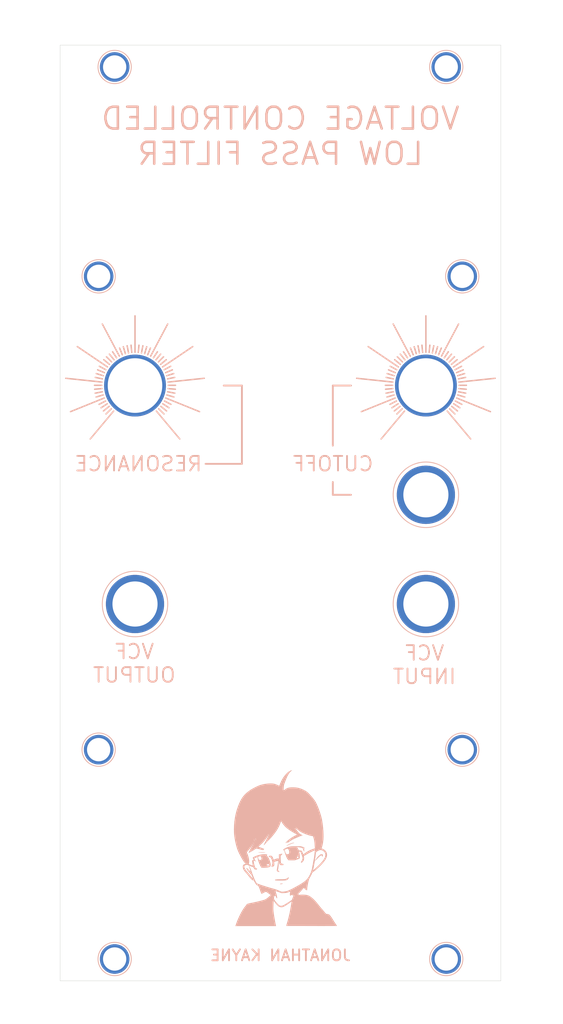
<source format=kicad_pcb>
(kicad_pcb (version 20171130) (host pcbnew "(5.1.0)-1")

  (general
    (thickness 1.6)
    (drawings 27)
    (tracks 0)
    (zones 0)
    (modules 14)
    (nets 14)
  )

  (page A4)
  (layers
    (0 F.Cu signal)
    (31 B.Cu signal)
    (32 B.Adhes user)
    (33 F.Adhes user)
    (34 B.Paste user)
    (35 F.Paste user)
    (36 B.SilkS user)
    (37 F.SilkS user)
    (38 B.Mask user)
    (39 F.Mask user)
    (40 Dwgs.User user)
    (41 Cmts.User user)
    (42 Eco1.User user)
    (43 Eco2.User user)
    (44 Edge.Cuts user)
    (45 Margin user)
    (46 B.CrtYd user)
    (47 F.CrtYd user)
    (48 B.Fab user)
    (49 F.Fab user)
  )

  (setup
    (last_trace_width 0.25)
    (trace_clearance 0.2)
    (zone_clearance 0.508)
    (zone_45_only no)
    (trace_min 0.2)
    (via_size 0.8)
    (via_drill 0.4)
    (via_min_size 0.4)
    (via_min_drill 0.3)
    (uvia_size 0.3)
    (uvia_drill 0.1)
    (uvias_allowed no)
    (uvia_min_size 0.2)
    (uvia_min_drill 0.1)
    (edge_width 0.05)
    (segment_width 0.2)
    (pcb_text_width 0.3)
    (pcb_text_size 1.5 1.5)
    (mod_edge_width 0.12)
    (mod_text_size 1 1)
    (mod_text_width 0.15)
    (pad_size 1.524 1.524)
    (pad_drill 0.762)
    (pad_to_mask_clearance 0.051)
    (solder_mask_min_width 0.25)
    (aux_axis_origin 0 0)
    (visible_elements FFFFFF7F)
    (pcbplotparams
      (layerselection 0x010f0_ffffffff)
      (usegerberextensions true)
      (usegerberattributes false)
      (usegerberadvancedattributes false)
      (creategerberjobfile false)
      (excludeedgelayer true)
      (linewidth 0.100000)
      (plotframeref false)
      (viasonmask false)
      (mode 1)
      (useauxorigin false)
      (hpglpennumber 1)
      (hpglpenspeed 20)
      (hpglpendiameter 15.000000)
      (psnegative false)
      (psa4output false)
      (plotreference true)
      (plotvalue true)
      (plotinvisibletext false)
      (padsonsilk false)
      (subtractmaskfromsilk false)
      (outputformat 1)
      (mirror false)
      (drillshape 0)
      (scaleselection 1)
      (outputdirectory "Gerber/"))
  )

  (net 0 "")
  (net 1 "Net-(CN1-Pad1)")
  (net 2 "Net-(CN2-Pad1)")
  (net 3 "Net-(CN3-Pad1)")
  (net 4 "Net-(CN4-Pad1)")
  (net 5 "Net-(CN5-Pad1)")
  (net 6 "Net-(CN6-Pad1)")
  (net 7 "Net-(CN7-Pad1)")
  (net 8 "Net-(CN8-Pad1)")
  (net 9 "Net-(CN9-Pad1)")
  (net 10 "Net-(CN10-Pad1)")
  (net 11 "Net-(CN11-Pad1)")
  (net 12 "Net-(CN12-Pad1)")
  (net 13 "Net-(CN13-Pad1)")

  (net_class Default "This is the default net class."
    (clearance 0.2)
    (trace_width 0.25)
    (via_dia 0.8)
    (via_drill 0.4)
    (uvia_dia 0.3)
    (uvia_drill 0.1)
    (add_net "Net-(CN1-Pad1)")
    (add_net "Net-(CN10-Pad1)")
    (add_net "Net-(CN11-Pad1)")
    (add_net "Net-(CN12-Pad1)")
    (add_net "Net-(CN13-Pad1)")
    (add_net "Net-(CN2-Pad1)")
    (add_net "Net-(CN3-Pad1)")
    (add_net "Net-(CN4-Pad1)")
    (add_net "Net-(CN5-Pad1)")
    (add_net "Net-(CN6-Pad1)")
    (add_net "Net-(CN7-Pad1)")
    (add_net "Net-(CN8-Pad1)")
    (add_net "Net-(CN9-Pad1)")
  )

  (module Synth:ChibiHead (layer B.Cu) (tedit 5CE9513C) (tstamp 5CEB5ABB)
    (at 60.3 140 180)
    (fp_text reference G*** (at 0 0 180) (layer B.Fab) hide
      (effects (font (size 1.524 1.524) (thickness 0.3)) (justify mirror))
    )
    (fp_text value LOGO (at 0.75 0 180) (layer B.Fab) hide
      (effects (font (size 1.524 1.524) (thickness 0.3)) (justify mirror))
    )
    (fp_poly (pts (xy -5.572924 -1.113308) (xy -5.461978 -1.17318) (xy -5.338494 -1.266634) (xy -5.208945 -1.388487)
      (xy -5.079805 -1.533558) (xy -5.022561 -1.606341) (xy -4.954528 -1.699654) (xy -4.88861 -1.795755)
      (xy -4.830316 -1.885843) (xy -4.785151 -1.961114) (xy -4.758621 -2.012767) (xy -4.756235 -2.031999)
      (xy -4.75626 -2.032) (xy -4.776544 -2.014408) (xy -4.825172 -1.965849) (xy -4.895991 -1.89265)
      (xy -4.982851 -1.801135) (xy -5.038678 -1.741598) (xy -5.160593 -1.616543) (xy -5.281802 -1.50218)
      (xy -5.39609 -1.403493) (xy -5.497242 -1.325465) (xy -5.579044 -1.273079) (xy -5.63528 -1.251321)
      (xy -5.648953 -1.252217) (xy -5.672935 -1.280535) (xy -5.697862 -1.339209) (xy -5.702995 -1.356104)
      (xy -5.730017 -1.426907) (xy -5.757664 -1.446935) (xy -5.786774 -1.416216) (xy -5.81024 -1.359391)
      (xy -5.829851 -1.25099) (xy -5.810129 -1.166562) (xy -5.754143 -1.111751) (xy -5.664964 -1.0922)
      (xy -5.664858 -1.0922) (xy -5.572924 -1.113308)) (layer B.SilkS) (width 0.01))
    (fp_poly (pts (xy -1.711292 0.452287) (xy -1.600342 0.423356) (xy -1.474565 0.38179) (xy -1.341533 0.330274)
      (xy -1.208815 0.271492) (xy -1.08398 0.208128) (xy -0.974599 0.142864) (xy -0.9017 0.089775)
      (xy -0.855335 0.047652) (xy -0.850795 0.032229) (xy -0.886849 0.043245) (xy -0.962269 0.080438)
      (xy -1.0287 0.116777) (xy -1.134747 0.171495) (xy -1.261475 0.229617) (xy -1.397399 0.28667)
      (xy -1.531032 0.33818) (xy -1.650889 0.379675) (xy -1.745484 0.40668) (xy -1.793877 0.414785)
      (xy -1.851356 0.422211) (xy -1.879044 0.434675) (xy -1.879487 0.436439) (xy -1.858434 0.461513)
      (xy -1.799846 0.465901) (xy -1.711292 0.452287)) (layer B.SilkS) (width 0.01))
    (fp_poly (pts (xy 2.631337 -0.838762) (xy 2.773781 -0.843274) (xy 2.901934 -0.85047) (xy 2.9972 -0.859355)
      (xy 3.036641 -0.865984) (xy 3.033217 -0.871251) (xy 2.985289 -0.875239) (xy 2.891221 -0.878033)
      (xy 2.749376 -0.879718) (xy 2.591994 -0.880338) (xy 2.390027 -0.879735) (xy 2.238468 -0.8772)
      (xy 2.13696 -0.872716) (xy 2.085148 -0.866268) (xy 2.082675 -0.85784) (xy 2.083994 -0.857306)
      (xy 2.135361 -0.848036) (xy 2.226615 -0.84157) (xy 2.346919 -0.837885) (xy 2.485438 -0.836957)
      (xy 2.631337 -0.838762)) (layer B.SilkS) (width 0.01))
    (fp_poly (pts (xy -0.065902 -1.066109) (xy 0.0508 -1.101036) (xy 0.2159 -1.156239) (xy 0.209565 -1.454419)
      (xy 0.20861 -1.570578) (xy 0.210711 -1.665444) (xy 0.215447 -1.729137) (xy 0.222265 -1.751792)
      (xy 0.255179 -1.737322) (xy 0.2921 -1.712559) (xy 0.351233 -1.688804) (xy 0.435865 -1.69088)
      (xy 0.551089 -1.719693) (xy 0.702 -1.776148) (xy 0.739992 -1.792151) (xy 0.936785 -1.876383)
      (xy 0.979874 -1.744641) (xy 1.043535 -1.574782) (xy 1.110102 -1.451042) (xy 1.183775 -1.368754)
      (xy 1.268753 -1.323255) (xy 1.369236 -1.309878) (xy 1.3712 -1.309902) (xy 1.474613 -1.321773)
      (xy 1.553116 -1.349797) (xy 1.602432 -1.387648) (xy 1.618284 -1.429002) (xy 1.596396 -1.467531)
      (xy 1.532492 -1.496909) (xy 1.502021 -1.503422) (xy 1.426838 -1.5207) (xy 1.371213 -1.541327)
      (xy 1.360466 -1.548099) (xy 1.315768 -1.603254) (xy 1.264464 -1.694806) (xy 1.212583 -1.80995)
      (xy 1.166152 -1.93588) (xy 1.144825 -2.006172) (xy 1.10362 -2.191586) (xy 1.093224 -2.34849)
      (xy 1.114087 -2.489099) (xy 1.166658 -2.625634) (xy 1.167707 -2.627746) (xy 1.207206 -2.708877)
      (xy 1.225632 -2.757936) (xy 1.22468 -2.788262) (xy 1.206046 -2.813194) (xy 1.192867 -2.825719)
      (xy 1.156509 -2.854401) (xy 1.122178 -2.857988) (xy 1.068487 -2.837166) (xy 1.05366 -2.830189)
      (xy 0.975698 -2.780579) (xy 0.904155 -2.715851) (xy 0.898108 -2.708899) (xy 0.865605 -2.667055)
      (xy 0.847073 -2.627846) (xy 0.840039 -2.577022) (xy 0.842026 -2.500335) (xy 0.847796 -2.419255)
      (xy 0.855992 -2.318529) (xy 0.863516 -2.236322) (xy 0.869061 -2.186616) (xy 0.870142 -2.180141)
      (xy 0.849986 -2.163051) (xy 0.792226 -2.138827) (xy 0.708936 -2.110954) (xy 0.61219 -2.082918)
      (xy 0.514062 -2.058203) (xy 0.426625 -2.040295) (xy 0.361954 -2.032679) (xy 0.359123 -2.032626)
      (xy 0.32005 -2.037233) (xy 0.308061 -2.061955) (xy 0.315725 -2.120374) (xy 0.326491 -2.188131)
      (xy 0.339912 -2.287109) (xy 0.353399 -2.398002) (xy 0.355755 -2.418824) (xy 0.369663 -2.524893)
      (xy 0.390807 -2.663709) (xy 0.41645 -2.818205) (xy 0.443855 -2.971317) (xy 0.447298 -2.989667)
      (xy 0.473666 -3.131502) (xy 0.490741 -3.232532) (xy 0.499054 -3.301796) (xy 0.499132 -3.348331)
      (xy 0.491506 -3.381175) (xy 0.476703 -3.409365) (xy 0.472267 -3.416251) (xy 0.425801 -3.464117)
      (xy 0.359915 -3.505464) (xy 0.287121 -3.536114) (xy 0.219932 -3.551889) (xy 0.170858 -3.548613)
      (xy 0.1524 -3.523054) (xy 0.170518 -3.484937) (xy 0.216754 -3.431155) (xy 0.251242 -3.399152)
      (xy 0.350085 -3.314546) (xy 0.299273 -3.035223) (xy 0.261375 -2.745484) (xy 0.245254 -2.411932)
      (xy 0.244881 -2.381337) (xy 0.242572 -2.249934) (xy 0.238612 -2.138666) (xy 0.233473 -2.056392)
      (xy 0.227631 -2.011971) (xy 0.224827 -2.006687) (xy 0.214565 -2.029869) (xy 0.202696 -2.091133)
      (xy 0.191579 -2.177915) (xy 0.190279 -2.19075) (xy 0.166743 -2.351479) (xy 0.128776 -2.468184)
      (xy 0.070937 -2.546838) (xy -0.012209 -2.593414) (xy -0.126104 -2.613886) (xy -0.197084 -2.6162)
      (xy -0.312363 -2.607596) (xy -0.390058 -2.58328) (xy -0.425993 -2.545495) (xy -0.417009 -2.49811)
      (xy -0.373103 -2.459645) (xy -0.315409 -2.435759) (xy -0.233672 -2.416714) (xy -0.172064 -2.402606)
      (xy -0.126489 -2.378567) (xy -0.090837 -2.326518) (xy -0.064171 -2.242041) (xy -0.045553 -2.12072)
      (xy -0.034046 -1.958136) (xy -0.02871 -1.749873) (xy -0.028479 -1.726291) (xy -0.025089 -1.331682)
      (xy -0.139545 -1.219352) (xy -0.199421 -1.155708) (xy -0.240849 -1.102343) (xy -0.254 -1.074211)
      (xy -0.23193 -1.048954) (xy -0.16806 -1.046356) (xy -0.065902 -1.066109)) (layer B.SilkS) (width 0.01))
    (fp_poly (pts (xy -1.097905 -4.298899) (xy -1.039335 -4.335919) (xy -0.986529 -4.371564) (xy -0.899668 -4.427775)
      (xy -0.820172 -4.470585) (xy -0.739081 -4.501805) (xy -0.647438 -4.523246) (xy -0.536281 -4.53672)
      (xy -0.396654 -4.544038) (xy -0.219596 -4.547011) (xy -0.116614 -4.547431) (xy 0.150597 -4.550381)
      (xy 0.368063 -4.558321) (xy 0.53661 -4.571389) (xy 0.657059 -4.589723) (xy 0.730236 -4.613459)
      (xy 0.756964 -4.642735) (xy 0.738066 -4.677689) (xy 0.725395 -4.688009) (xy 0.68468 -4.69932)
      (xy 0.601378 -4.708602) (xy 0.483661 -4.71585) (xy 0.339702 -4.721057) (xy 0.177672 -4.724219)
      (xy 0.005744 -4.72533) (xy -0.16791 -4.724384) (xy -0.335117 -4.721375) (xy -0.487705 -4.716299)
      (xy -0.617502 -4.709149) (xy -0.716334 -4.69992) (xy -0.7747 -4.689035) (xy -0.85503 -4.660617)
      (xy -0.923958 -4.631168) (xy -0.934248 -4.625914) (xy -0.993647 -4.578481) (xy -1.055388 -4.50583)
      (xy -1.107736 -4.424819) (xy -1.13896 -4.352308) (xy -1.143 -4.325942) (xy -1.140927 -4.29648)
      (xy -1.128832 -4.286609) (xy -1.097905 -4.298899)) (layer B.SilkS) (width 0.01))
    (fp_poly (pts (xy -0.201231 -5.118025) (xy -0.18465 -5.120305) (xy -0.065495 -5.140672) (xy 0.009898 -5.160201)
      (xy 0.048479 -5.181022) (xy 0.056666 -5.1943) (xy 0.040707 -5.213675) (xy -0.010102 -5.223549)
      (xy -0.080697 -5.223875) (xy -0.156016 -5.214607) (xy -0.220997 -5.1957) (xy -0.22225 -5.195151)
      (xy -0.28789 -5.158339) (xy -0.304957 -5.130607) (xy -0.275416 -5.115866) (xy -0.201231 -5.118025)) (layer B.SilkS) (width 0.01))
    (fp_poly (pts (xy -1.500519 10.415344) (xy -1.422594 10.380601) (xy -1.330748 10.334764) (xy -1.234932 10.282726)
      (xy -1.145099 10.229382) (xy -1.0922 10.194646) (xy -0.985985 10.109623) (xy -0.86217 9.992283)
      (xy -0.730419 9.853171) (xy -0.600398 9.702832) (xy -0.481771 9.551813) (xy -0.409893 9.450154)
      (xy -0.261287 9.212918) (xy -0.130679 8.970194) (xy -0.009191 8.704652) (xy 0.063013 8.527181)
      (xy 0.106267 8.421381) (xy 0.143834 8.338174) (xy 0.171694 8.285884) (xy 0.185824 8.272836)
      (xy 0.185842 8.272865) (xy 0.222623 8.30365) (xy 0.296642 8.34582) (xy 0.396977 8.394589)
      (xy 0.51271 8.445171) (xy 0.63292 8.492779) (xy 0.746688 8.532628) (xy 0.8382 8.558782)
      (xy 1.04845 8.593151) (xy 1.295162 8.606836) (xy 1.568816 8.600746) (xy 1.859889 8.575789)
      (xy 2.158863 8.532873) (xy 2.456214 8.472907) (xy 2.742424 8.3968) (xy 2.8321 8.368529)
      (xy 2.979978 8.313345) (xy 3.159094 8.236065) (xy 3.358164 8.14239) (xy 3.565903 8.038017)
      (xy 3.771027 7.928645) (xy 3.96225 7.819972) (xy 4.128289 7.717697) (xy 4.1529 7.701556)
      (xy 4.443502 7.496053) (xy 4.700606 7.284954) (xy 4.928915 7.062) (xy 5.133137 6.820929)
      (xy 5.317976 6.555482) (xy 5.488137 6.2594) (xy 5.648327 5.926421) (xy 5.80325 5.550287)
      (xy 5.837208 5.460818) (xy 6.011855 4.948101) (xy 6.15139 4.433339) (xy 6.257981 3.905975)
      (xy 6.333797 3.355452) (xy 6.37762 2.829662) (xy 6.395271 2.333136) (xy 6.385243 1.864301)
      (xy 6.346335 1.407496) (xy 6.277351 0.947063) (xy 6.2067 0.5969) (xy 6.136069 0.290016)
      (xy 6.06835 0.02332) (xy 6.000004 -0.213386) (xy 5.927492 -0.430304) (xy 5.847273 -0.637631)
      (xy 5.755809 -0.845569) (xy 5.64956 -1.064317) (xy 5.589698 -1.1811) (xy 5.425628 -1.489011)
      (xy 5.277351 -1.751289) (xy 5.145132 -1.967529) (xy 5.029235 -2.137326) (xy 4.929925 -2.260278)
      (xy 4.847467 -2.33598) (xy 4.822449 -2.351336) (xy 4.770999 -2.386185) (xy 4.768056 -2.413736)
      (xy 4.814437 -2.435512) (xy 4.874271 -2.447749) (xy 4.989992 -2.489024) (xy 5.089526 -2.566336)
      (xy 5.155962 -2.666426) (xy 5.179133 -2.776407) (xy 5.173658 -2.913334) (xy 5.141276 -3.063445)
      (xy 5.087995 -3.203982) (xy 5.013025 -3.334617) (xy 4.901582 -3.481981) (xy 4.788702 -3.609935)
      (xy 4.687215 -3.723484) (xy 4.583133 -3.846782) (xy 4.490019 -3.963412) (xy 4.432084 -4.041535)
      (xy 4.357387 -4.140356) (xy 4.26009 -4.258473) (xy 4.153908 -4.379661) (xy 4.070774 -4.468964)
      (xy 3.976333 -4.565853) (xy 3.908455 -4.631247) (xy 3.859168 -4.670902) (xy 3.820497 -4.690577)
      (xy 3.78447 -4.696028) (xy 3.758243 -4.694628) (xy 3.712883 -4.692648) (xy 3.680594 -4.703393)
      (xy 3.651859 -4.736084) (xy 3.617156 -4.799944) (xy 3.588585 -4.858993) (xy 3.52089 -4.988528)
      (xy 3.446297 -5.111398) (xy 3.370043 -5.221033) (xy 3.297367 -5.310866) (xy 3.233507 -5.374327)
      (xy 3.183702 -5.404848) (xy 3.156784 -5.400451) (xy 3.126328 -5.399664) (xy 3.095259 -5.412094)
      (xy 3.052063 -5.456647) (xy 2.998986 -5.547906) (xy 2.937297 -5.683017) (xy 2.868264 -5.859126)
      (xy 2.793155 -6.073379) (xy 2.769379 -6.145427) (xy 2.725292 -6.275023) (xy 2.683405 -6.387746)
      (xy 2.647369 -6.474504) (xy 2.620839 -6.526202) (xy 2.61249 -6.535936) (xy 2.576611 -6.539184)
      (xy 2.513128 -6.517273) (xy 2.416426 -6.46804) (xy 2.373403 -6.443786) (xy 2.269594 -6.387492)
      (xy 2.169017 -6.338488) (xy 2.088838 -6.304973) (xy 2.069375 -6.298592) (xy 1.96705 -6.269129)
      (xy 1.688375 -6.464021) (xy 1.580836 -6.539895) (xy 1.485251 -6.608566) (xy 1.41104 -6.663179)
      (xy 1.367624 -6.696881) (xy 1.364057 -6.699972) (xy 1.336046 -6.730174) (xy 1.344218 -6.751317)
      (xy 1.389457 -6.776844) (xy 1.442466 -6.81291) (xy 1.514445 -6.87375) (xy 1.590238 -6.946509)
      (xy 1.593638 -6.950004) (xy 1.708066 -7.054563) (xy 1.846959 -7.161277) (xy 1.992848 -7.257957)
      (xy 2.128261 -7.332413) (xy 2.165862 -7.349276) (xy 2.240202 -7.375425) (xy 2.356381 -7.410195)
      (xy 2.506544 -7.451673) (xy 2.682837 -7.497942) (xy 2.877403 -7.547087) (xy 3.082387 -7.597191)
      (xy 3.289933 -7.646338) (xy 3.492188 -7.692614) (xy 3.681294 -7.734102) (xy 3.849397 -7.768886)
      (xy 3.988642 -7.79505) (xy 4.005482 -7.797933) (xy 4.21026 -7.835054) (xy 4.369885 -7.87047)
      (xy 4.489873 -7.906163) (xy 4.575735 -7.944114) (xy 4.632986 -7.986305) (xy 4.667139 -8.034719)
      (xy 4.667713 -8.035956) (xy 4.693904 -8.077092) (xy 4.745306 -8.146001) (xy 4.813806 -8.232111)
      (xy 4.871646 -8.301768) (xy 5.002963 -8.472455) (xy 5.144616 -8.684224) (xy 5.292642 -8.929408)
      (xy 5.443078 -9.200343) (xy 5.591961 -9.489365) (xy 5.735328 -9.788807) (xy 5.869214 -10.091006)
      (xy 5.989657 -10.388296) (xy 6.082983 -10.644441) (xy 6.195454 -10.9728) (xy 0.608632 -10.9728)
      (xy 0.6217 -10.91565) (xy 0.661098 -10.733954) (xy 0.704806 -10.516437) (xy 0.750596 -10.275618)
      (xy 0.796239 -10.024016) (xy 0.839507 -9.774153) (xy 0.87817 -9.538548) (xy 0.91 -9.329721)
      (xy 0.929518 -9.186603) (xy 0.950488 -9.016543) (xy 0.96588 -8.878367) (xy 0.976131 -8.759769)
      (xy 0.98168 -8.648442) (xy 0.982966 -8.532081) (xy 0.980427 -8.39838) (xy 0.9745 -8.235032)
      (xy 0.968444 -8.093578) (xy 0.960722 -7.927288) (xy 0.953035 -7.778691) (xy 0.945823 -7.655062)
      (xy 0.939528 -7.563673) (xy 0.93459 -7.511799) (xy 0.932626 -7.502759) (xy 0.914856 -7.516562)
      (xy 0.879581 -7.56293) (xy 0.846226 -7.61338) (xy 0.782876 -7.703675) (xy 0.696307 -7.813122)
      (xy 0.596112 -7.930957) (xy 0.491888 -8.046415) (xy 0.393228 -8.148731) (xy 0.309727 -8.227141)
      (xy 0.272515 -8.257067) (xy 0.151637 -8.326362) (xy 0.015339 -8.375695) (xy -0.117631 -8.399588)
      (xy -0.206726 -8.397082) (xy -0.283101 -8.377177) (xy -0.380384 -8.341675) (xy -0.458082 -8.307357)
      (xy -0.552572 -8.256652) (xy -0.677141 -8.182701) (xy -0.821048 -8.092497) (xy -0.973549 -7.993034)
      (xy -1.123904 -7.891302) (xy -1.261371 -7.794295) (xy -1.364705 -7.717186) (xy -1.439906 -7.659675)
      (xy -1.498054 -7.616631) (xy -1.52896 -7.595556) (xy -1.531234 -7.5946) (xy -1.530989 -7.618386)
      (xy -1.523023 -7.684869) (xy -1.508523 -7.786731) (xy -1.488674 -7.916654) (xy -1.464663 -8.067322)
      (xy -1.437677 -8.231417) (xy -1.408901 -8.401623) (xy -1.379522 -8.570621) (xy -1.350727 -8.731096)
      (xy -1.323701 -8.87573) (xy -1.322582 -8.881559) (xy -1.264279 -9.167529) (xy -1.196631 -9.470144)
      (xy -1.12309 -9.775468) (xy -1.047106 -10.069566) (xy -0.972134 -10.338504) (xy -0.915018 -10.526758)
      (xy -0.876904 -10.65205) (xy -0.846175 -10.763517) (xy -0.825552 -10.850476) (xy -0.817752 -10.902246)
      (xy -0.818014 -10.907758) (xy -0.8255 -10.9601) (xy -4.29895 -10.96654) (xy -4.714628 -10.9672)
      (xy -5.116109 -10.967621) (xy -5.500485 -10.96781) (xy -5.864849 -10.967776) (xy -6.206292 -10.967525)
      (xy -6.521906 -10.967065) (xy -6.808784 -10.966403) (xy -7.064017 -10.965548) (xy -7.284698 -10.964506)
      (xy -7.467919 -10.963286) (xy -7.610771 -10.961894) (xy -7.710347 -10.960338) (xy -7.763739 -10.958626)
      (xy -7.7724 -10.957551) (xy -7.758798 -10.931986) (xy -7.721594 -10.873028) (xy -7.666188 -10.788987)
      (xy -7.597985 -10.688174) (xy -7.58506 -10.669317) (xy -7.496109 -10.536867) (xy -7.401112 -10.390633)
      (xy -7.312801 -10.250444) (xy -7.25649 -10.157606) (xy -7.134507 -9.957825) (xy -7.017725 -9.779164)
      (xy -6.910246 -9.627354) (xy -6.816175 -9.508127) (xy -6.739617 -9.427212) (xy -6.723706 -9.41365)
      (xy -6.659693 -9.369179) (xy -6.594669 -9.343652) (xy -6.508351 -9.330466) (xy -6.457006 -9.326789)
      (xy -6.347779 -9.315418) (xy -6.27941 -9.295206) (xy -6.2484 -9.271798) (xy -6.217195 -9.234779)
      (xy -6.161596 -9.168668) (xy -6.08986 -9.083288) (xy -6.020981 -9.001252) (xy -5.922512 -8.884884)
      (xy -5.813852 -8.757974) (xy -5.711672 -8.639934) (xy -5.663722 -8.5852) (xy -5.589394 -8.498408)
      (xy -5.49389 -8.383234) (xy -5.386946 -8.251614) (xy -5.278294 -8.115479) (xy -5.218287 -8.0391)
      (xy -4.952427 -7.712759) (xy -4.700736 -7.4336) (xy -4.461891 -7.200426) (xy -4.23457 -7.012038)
      (xy -4.017451 -6.867238) (xy -3.882612 -6.800644) (xy -1.795341 -6.800644) (xy -1.79469 -6.802775)
      (xy -1.780192 -6.843742) (xy -1.752158 -6.919718) (xy -1.715205 -7.018266) (xy -1.689325 -7.0866)
      (xy -1.649675 -7.191261) (xy -1.61651 -7.279482) (xy -1.594213 -7.339568) (xy -1.587608 -7.358044)
      (xy -1.562083 -7.384893) (xy -1.499654 -7.43341) (xy -1.407064 -7.499271) (xy -1.291057 -7.578152)
      (xy -1.158376 -7.665727) (xy -1.015763 -7.757674) (xy -0.869962 -7.849667) (xy -0.727716 -7.937384)
      (xy -0.595768 -8.016499) (xy -0.480861 -8.082688) (xy -0.389738 -8.131628) (xy -0.3556 -8.148097)
      (xy -0.23116 -8.186491) (xy -0.092798 -8.200988) (xy 0.037913 -8.190579) (xy 0.108765 -8.169888)
      (xy 0.168674 -8.131699) (xy 0.251485 -8.061138) (xy 0.349526 -7.966401) (xy 0.455126 -7.855685)
      (xy 0.560614 -7.737188) (xy 0.65832 -7.619107) (xy 0.740572 -7.50964) (xy 0.775793 -7.457102)
      (xy 0.836262 -7.358092) (xy 0.872572 -7.286208) (xy 0.890044 -7.227203) (xy 0.893999 -7.166831)
      (xy 0.893176 -7.142775) (xy 0.884148 -7.023625) (xy 0.868059 -6.94309) (xy 0.840233 -6.88904)
      (xy 0.795998 -6.849346) (xy 0.775008 -6.836147) (xy 0.689787 -6.785866) (xy 0.620449 -6.949013)
      (xy 0.565039 -7.065812) (xy 0.517922 -7.13672) (xy 0.480211 -7.160285) (xy 0.464305 -7.152972)
      (xy 0.456714 -7.115845) (xy 0.461504 -7.039928) (xy 0.476793 -6.935186) (xy 0.500698 -6.811585)
      (xy 0.531335 -6.679092) (xy 0.566822 -6.54767) (xy 0.596719 -6.452135) (xy 0.631666 -6.34492)
      (xy 0.658203 -6.256791) (xy 0.673401 -6.197943) (xy 0.67529 -6.178624) (xy 0.659019 -6.175983)
      (xy 0.62086 -6.183291) (xy 0.555575 -6.202175) (xy 0.457927 -6.234265) (xy 0.32268 -6.281188)
      (xy 0.1651 -6.337225) (xy -0.1651 -6.455468) (xy -0.4953 -6.443563) (xy -0.723774 -6.42729)
      (xy -0.918274 -6.394184) (xy -1.093847 -6.340728) (xy -1.265137 -6.263615) (xy -1.317905 -6.239261)
      (xy -1.345174 -6.232408) (xy -1.3462 -6.233797) (xy -1.341301 -6.263453) (xy -1.328735 -6.326434)
      (xy -1.318126 -6.376806) (xy -1.305164 -6.470572) (xy -1.30198 -6.57362) (xy -1.307429 -6.673623)
      (xy -1.320369 -6.758255) (xy -1.339653 -6.815188) (xy -1.360438 -6.8326) (xy -1.392764 -6.810969)
      (xy -1.411687 -6.770229) (xy -1.433494 -6.725048) (xy -1.477666 -6.716269) (xy -1.494721 -6.718439)
      (xy -1.561349 -6.728128) (xy -1.649689 -6.740054) (xy -1.68521 -6.744635) (xy -1.7594 -6.757371)
      (xy -1.792783 -6.774274) (xy -1.795341 -6.800644) (xy -3.882612 -6.800644) (xy -3.813941 -6.766729)
      (xy -3.672445 -6.723691) (xy -3.494496 -6.691068) (xy -3.293522 -6.669652) (xy -3.082949 -6.660232)
      (xy -2.876204 -6.663598) (xy -2.686713 -6.680541) (xy -2.598382 -6.695193) (xy -2.542149 -6.701189)
      (xy -2.509444 -6.681692) (xy -2.481069 -6.625971) (xy -2.445007 -6.5405) (xy -2.600454 -6.397884)
      (xy -2.686294 -6.313329) (xy -2.786627 -6.205733) (xy -2.885375 -6.092627) (xy -2.929314 -6.039258)
      (xy -3.02014 -5.930777) (xy -3.102684 -5.840828) (xy -3.171733 -5.774263) (xy -3.222074 -5.735938)
      (xy -3.248492 -5.730706) (xy -3.2512 -5.739566) (xy -3.269489 -5.782654) (xy -3.31752 -5.840367)
      (xy -3.385042 -5.904548) (xy -3.461807 -5.967041) (xy -3.537562 -6.01969) (xy -3.602057 -6.054337)
      (xy -3.645042 -6.062825) (xy -3.652431 -6.058835) (xy -3.658629 -6.030414) (xy -3.666801 -5.96192)
      (xy -3.675831 -5.863987) (xy -3.683696 -5.760561) (xy -3.69929 -5.614375) (xy -3.727084 -5.433133)
      (xy -3.764369 -5.230342) (xy -3.808437 -5.019509) (xy -3.85658 -4.814142) (xy -3.906089 -4.627747)
      (xy -3.921086 -4.576609) (xy -3.949535 -4.503954) (xy -3.997405 -4.403743) (xy -4.057038 -4.291399)
      (xy -4.098565 -4.219038) (xy -4.166935 -4.097895) (xy -4.233449 -3.969851) (xy -4.288149 -3.854501)
      (xy -4.309353 -3.804178) (xy -4.353512 -3.702464) (xy -4.397243 -3.633045) (xy -4.452782 -3.579017)
      (xy -4.494291 -3.548713) (xy -4.616219 -3.459493) (xy -4.763627 -3.342558) (xy -4.926571 -3.2066)
      (xy -5.095105 -3.060315) (xy -5.259284 -2.912396) (xy -5.409163 -2.771537) (xy -5.534797 -2.646431)
      (xy -5.574425 -2.60449) (xy -5.792693 -2.361508) (xy -5.97308 -2.144984) (xy -6.118031 -1.950485)
      (xy -6.229994 -1.773581) (xy -6.311415 -1.609837) (xy -6.364741 -1.454821) (xy -6.392418 -1.3041)
      (xy -6.395334 -1.205791) (xy -6.181135 -1.205791) (xy -6.169496 -1.347222) (xy -6.135805 -1.482971)
      (xy -6.075669 -1.624644) (xy -5.984694 -1.783843) (xy -5.930782 -1.8669) (xy -5.815967 -2.023934)
      (xy -5.668481 -2.202619) (xy -5.496446 -2.394327) (xy -5.307982 -2.590431) (xy -5.11121 -2.782303)
      (xy -4.914251 -2.961315) (xy -4.843149 -3.022399) (xy -4.729612 -3.118219) (xy -4.630562 -3.201691)
      (xy -4.552072 -3.267706) (xy -4.500215 -3.311157) (xy -4.481064 -3.326934) (xy -4.481062 -3.326934)
      (xy -4.484879 -3.304134) (xy -4.496813 -3.242697) (xy -4.514682 -3.153732) (xy -4.524596 -3.10515)
      (xy -4.568457 -2.884222) (xy -4.613197 -2.646098) (xy -4.657401 -2.399398) (xy -4.699651 -2.152743)
      (xy -4.738532 -1.914754) (xy -4.772627 -1.694051) (xy -4.800519 -1.499254) (xy -4.820792 -1.338986)
      (xy -4.830313 -1.2446) (xy -4.845783 -1.081833) (xy -4.865235 -0.959953) (xy -4.894435 -0.869077)
      (xy -4.939147 -0.799323) (xy -5.005139 -0.740809) (xy -5.098175 -0.683653) (xy -5.18402 -0.63837)
      (xy -5.300801 -0.582349) (xy -5.363517 -0.559671) (xy -4.730376 -0.559671) (xy -4.712755 -0.806885)
      (xy -4.685913 -1.101488) (xy -4.645519 -1.415546) (xy -4.590136 -1.759179) (xy -4.534996 -2.0574)
      (xy -4.501785 -2.23053) (xy -4.467171 -2.41385) (xy -4.434341 -2.590292) (xy -4.406484 -2.742791)
      (xy -4.395067 -2.8067) (xy -4.325185 -3.148212) (xy -4.241648 -3.451264) (xy -4.140493 -3.727265)
      (xy -4.017753 -3.987622) (xy -3.93001 -4.144609) (xy -3.816618 -4.324348) (xy -3.700504 -4.48059)
      (xy -3.573166 -4.62173) (xy -3.426104 -4.756164) (xy -3.250818 -4.892285) (xy -3.038805 -5.038491)
      (xy -2.9972 -5.065799) (xy -2.80269 -5.188804) (xy -2.586066 -5.319032) (xy -2.354598 -5.452634)
      (xy -2.115555 -5.585762) (xy -1.876208 -5.714569) (xy -1.643826 -5.835206) (xy -1.425679 -5.943826)
      (xy -1.229036 -6.03658) (xy -1.061168 -6.109621) (xy -0.935629 -6.157024) (xy -0.827861 -6.186143)
      (xy -0.692835 -6.212729) (xy -0.544929 -6.234998) (xy -0.398521 -6.251169) (xy -0.267989 -6.259457)
      (xy -0.167713 -6.258079) (xy -0.143821 -6.255217) (xy -0.09027 -6.239603) (xy -0.004848 -6.207225)
      (xy 0.098627 -6.163529) (xy 0.163943 -6.133995) (xy 0.30456 -6.070466) (xy 0.435958 -6.015529)
      (xy 0.568495 -5.965639) (xy 0.712525 -5.917254) (xy 0.878404 -5.866829) (xy 1.076489 -5.81082)
      (xy 1.231969 -5.768517) (xy 1.465175 -5.703481) (xy 1.727146 -5.626593) (xy 2.004832 -5.541959)
      (xy 2.28518 -5.453687) (xy 2.55514 -5.365886) (xy 2.801661 -5.282661) (xy 3.006632 -5.209978)
      (xy 3.119761 -5.167572) (xy 3.196824 -5.134021) (xy 3.249667 -5.101299) (xy 3.290137 -5.061378)
      (xy 3.330079 -5.00623) (xy 3.348372 -4.9784) (xy 3.405066 -4.880112) (xy 3.473982 -4.742611)
      (xy 3.551293 -4.574879) (xy 3.606795 -4.446779) (xy 3.777937 -4.446779) (xy 3.792747 -4.441544)
      (xy 3.829706 -4.40693) (xy 3.893808 -4.339838) (xy 3.93811 -4.2926) (xy 4.032992 -4.186032)
      (xy 4.131444 -4.066899) (xy 4.216736 -3.955696) (xy 4.24121 -3.921245) (xy 4.310029 -3.828484)
      (xy 4.401674 -3.714703) (xy 4.503479 -3.595229) (xy 4.590296 -3.498761) (xy 4.756185 -3.304531)
      (xy 4.875527 -3.12928) (xy 4.948246 -2.973171) (xy 4.974266 -2.836368) (xy 4.95351 -2.719035)
      (xy 4.953206 -2.718298) (xy 4.92132 -2.666322) (xy 4.868001 -2.630329) (xy 4.79294 -2.603578)
      (xy 4.664414 -2.573135) (xy 4.561991 -2.569672) (xy 4.468399 -2.593729) (xy 4.421606 -2.615176)
      (xy 4.353453 -2.659136) (xy 4.318461 -2.71277) (xy 4.306069 -2.760729) (xy 4.291483 -2.821697)
      (xy 4.26483 -2.917995) (xy 4.229834 -3.036668) (xy 4.190214 -3.164763) (xy 4.188026 -3.171662)
      (xy 4.151562 -3.289922) (xy 4.122838 -3.389752) (xy 4.104401 -3.461776) (xy 4.098797 -3.496615)
      (xy 4.099355 -3.498222) (xy 4.120259 -3.485327) (xy 4.169994 -3.442142) (xy 4.241941 -3.374762)
      (xy 4.329479 -3.289283) (xy 4.366826 -3.251943) (xy 4.459789 -3.161113) (xy 4.541315 -3.086548)
      (xy 4.604397 -3.034276) (xy 4.642026 -3.010321) (xy 4.648246 -3.009928) (xy 4.672322 -3.052376)
      (xy 4.656124 -3.125221) (xy 4.599601 -3.228658) (xy 4.586392 -3.248684) (xy 4.525212 -3.333015)
      (xy 4.439538 -3.442529) (xy 4.339443 -3.565183) (xy 4.235 -3.688932) (xy 4.136283 -3.801733)
      (xy 4.053363 -3.891542) (xy 4.023814 -3.921318) (xy 3.968738 -3.987424) (xy 3.915117 -4.079997)
      (xy 3.859125 -4.206726) (xy 3.796937 -4.375297) (xy 3.794791 -4.3815) (xy 3.780283 -4.425731)
      (xy 3.777937 -4.446779) (xy 3.606795 -4.446779) (xy 3.633172 -4.385901) (xy 3.715789 -4.18466)
      (xy 3.795317 -3.980141) (xy 3.867927 -3.781326) (xy 3.90675 -3.668001) (xy 3.963027 -3.506331)
      (xy 4.027415 -3.33332) (xy 4.092752 -3.167556) (xy 4.151874 -3.027626) (xy 4.163427 -3.001954)
      (xy 4.213236 -2.890897) (xy 4.254128 -2.795854) (xy 4.281961 -2.726734) (xy 4.29259 -2.693445)
      (xy 4.2926 -2.693102) (xy 4.275412 -2.668536) (xy 4.233464 -2.672733) (xy 4.181175 -2.702126)
      (xy 4.15341 -2.727548) (xy 4.093639 -2.768255) (xy 4.001777 -2.805411) (xy 3.896476 -2.832989)
      (xy 3.796386 -2.844963) (xy 3.789699 -2.845064) (xy 3.751673 -2.869402) (xy 3.704765 -2.939632)
      (xy 3.675814 -2.997244) (xy 3.609118 -3.114398) (xy 3.540986 -3.181814) (xy 3.531025 -3.187479)
      (xy 3.433438 -3.220005) (xy 3.337552 -3.222023) (xy 3.260271 -3.194163) (xy 3.239948 -3.1766)
      (xy 3.211291 -3.123824) (xy 3.225685 -3.085913) (xy 3.271749 -3.073305) (xy 3.362672 -3.048573)
      (xy 3.441898 -2.976802) (xy 3.506485 -2.860993) (xy 3.522889 -2.817162) (xy 3.554281 -2.713105)
      (xy 3.590157 -2.575862) (xy 3.626556 -2.422342) (xy 3.659519 -2.26945) (xy 3.685085 -2.134096)
      (xy 3.690148 -2.103122) (xy 3.681843 -2.042192) (xy 3.640587 -2.009725) (xy 3.576808 -2.007743)
      (xy 3.500929 -2.038267) (xy 3.469187 -2.060295) (xy 3.420929 -2.093588) (xy 3.392322 -2.104654)
      (xy 3.390799 -2.103866) (xy 3.398757 -2.079388) (xy 3.428786 -2.023055) (xy 3.475083 -1.945482)
      (xy 3.493076 -1.91682) (xy 3.545224 -1.831682) (xy 3.584693 -1.761427) (xy 3.60485 -1.718064)
      (xy 3.606139 -1.712155) (xy 3.585143 -1.691113) (xy 3.529921 -1.656452) (xy 3.452986 -1.614455)
      (xy 3.366852 -1.571402) (xy 3.284031 -1.533576) (xy 3.217038 -1.507256) (xy 3.180705 -1.4986)
      (xy 3.160906 -1.507009) (xy 3.145161 -1.537934) (xy 3.131007 -1.599915) (xy 3.115978 -1.701494)
      (xy 3.111064 -1.7399) (xy 3.08736 -1.862864) (xy 3.045553 -2.013608) (xy 2.989981 -2.181174)
      (xy 2.924984 -2.354602) (xy 2.854898 -2.522934) (xy 2.784063 -2.675212) (xy 2.716817 -2.800477)
      (xy 2.657498 -2.887769) (xy 2.655865 -2.889713) (xy 2.585504 -2.972726) (xy 2.188102 -2.958913)
      (xy 2.015408 -2.952378) (xy 1.883794 -2.945464) (xy 1.783554 -2.936719) (xy 1.704977 -2.92469)
      (xy 1.638357 -2.907925) (xy 1.573985 -2.884974) (xy 1.508774 -2.857309) (xy 1.432681 -2.820244)
      (xy 1.391076 -2.785798) (xy 1.370549 -2.739665) (xy 1.363004 -2.701839) (xy 1.351494 -2.61533)
      (xy 1.351393 -2.611783) (xy 1.578397 -2.611783) (xy 1.615769 -2.665195) (xy 1.685181 -2.691601)
      (xy 1.7018 -2.6924) (xy 1.763742 -2.681311) (xy 1.798319 -2.661919) (xy 1.82179 -2.614423)
      (xy 1.8288 -2.5654) (xy 1.809637 -2.489214) (xy 1.760541 -2.445977) (xy 1.694099 -2.44084)
      (xy 1.6229 -2.478958) (xy 1.62125 -2.480436) (xy 1.578435 -2.545488) (xy 1.578397 -2.611783)
      (xy 1.351393 -2.611783) (xy 1.349235 -2.536288) (xy 1.357851 -2.452261) (xy 1.378965 -2.350797)
      (xy 1.414202 -2.219442) (xy 1.43551 -2.145859) (xy 1.493019 -1.960376) (xy 1.5478 -1.810971)
      (xy 1.582173 -1.736445) (xy 2.59613 -1.736445) (xy 2.605351 -1.79646) (xy 2.628586 -1.844157)
      (xy 2.649468 -1.859642) (xy 2.680493 -1.869627) (xy 2.709149 -1.89272) (xy 2.767518 -1.91803)
      (xy 2.849397 -1.911824) (xy 2.939959 -1.875919) (xy 2.963695 -1.861553) (xy 3.007525 -1.810456)
      (xy 3.040044 -1.718623) (xy 3.048366 -1.680734) (xy 3.065958 -1.594704) (xy 3.081119 -1.525315)
      (xy 3.088066 -1.496957) (xy 3.080238 -1.467982) (xy 3.034732 -1.440053) (xy 2.963435 -1.414407)
      (xy 2.852811 -1.383578) (xy 2.777369 -1.374738) (xy 2.72614 -1.388645) (xy 2.688155 -1.42606)
      (xy 2.68286 -1.433841) (xy 2.636188 -1.528462) (xy 2.605858 -1.635971) (xy 2.59613 -1.736445)
      (xy 1.582173 -1.736445) (xy 1.60646 -1.683788) (xy 1.675609 -1.56497) (xy 1.761854 -1.44066)
      (xy 1.789522 -1.403572) (xy 1.854493 -1.316684) (xy 1.891993 -1.261855) (xy 1.905245 -1.230663)
      (xy 1.897469 -1.214684) (xy 1.871887 -1.205496) (xy 1.865856 -1.203968) (xy 1.818758 -1.182873)
      (xy 1.8034 -1.161413) (xy 1.814384 -1.147154) (xy 1.820112 -1.151246) (xy 1.850383 -1.151349)
      (xy 1.875036 -1.136429) (xy 1.922987 -1.119988) (xy 2.011261 -1.11084) (xy 2.129957 -1.108622)
      (xy 2.269179 -1.112967) (xy 2.419029 -1.123511) (xy 2.569608 -1.139889) (xy 2.711018 -1.161736)
      (xy 2.746523 -1.168561) (xy 2.928972 -1.210307) (xy 3.10779 -1.260249) (xy 3.277604 -1.315925)
      (xy 3.433041 -1.374877) (xy 3.568731 -1.434643) (xy 3.679302 -1.492764) (xy 3.75938 -1.546779)
      (xy 3.803596 -1.594229) (xy 3.806576 -1.632653) (xy 3.791713 -1.647213) (xy 3.76554 -1.67838)
      (xy 3.72907 -1.738109) (xy 3.712105 -1.770062) (xy 3.658187 -1.876425) (xy 3.739651 -1.884362)
      (xy 3.8175 -1.911056) (xy 3.858444 -1.95913) (xy 3.873561 -1.992679) (xy 3.881027 -2.032619)
      (xy 3.880571 -2.089148) (xy 3.87192 -2.172461) (xy 3.854806 -2.292754) (xy 3.848462 -2.334436)
      (xy 3.829562 -2.471837) (xy 3.819551 -2.577318) (xy 3.8189 -2.644343) (xy 3.824625 -2.665254)
      (xy 3.852749 -2.66228) (xy 3.915564 -2.643379) (xy 4.001294 -2.613149) (xy 4.098161 -2.576187)
      (xy 4.194387 -2.537089) (xy 4.278195 -2.500452) (xy 4.337807 -2.470875) (xy 4.358983 -2.456682)
      (xy 4.356007 -2.431266) (xy 4.342455 -2.371394) (xy 4.326943 -2.311365) (xy 4.305029 -2.161827)
      (xy 4.308131 -1.977195) (xy 4.334902 -1.765799) (xy 4.383995 -1.535967) (xy 4.454061 -1.29603)
      (xy 4.521335 -1.10994) (xy 4.629195 -0.835581) (xy 4.579003 -0.77974) (xy 4.289913 -0.441178)
      (xy 4.044371 -0.116557) (xy 3.838779 0.199088) (xy 3.731175 0.389857) (xy 3.680498 0.48349)
      (xy 3.639812 0.555192) (xy 3.613985 0.596604) (xy 3.607287 0.602616) (xy 3.6195 0.566243)
      (xy 3.656844 0.48573) (xy 3.719318 0.361083) (xy 3.806917 0.192307) (xy 3.919639 -0.020591)
      (xy 4.037821 -0.241104) (xy 4.114127 -0.384107) (xy 4.182821 -0.515198) (xy 4.239939 -0.626619)
      (xy 4.281513 -0.710612) (xy 4.303577 -0.759416) (xy 4.305379 -0.764526) (xy 4.336499 -0.83207)
      (xy 4.363041 -0.86995) (xy 4.384607 -0.905258) (xy 4.372385 -0.9144) (xy 4.324474 -0.901434)
      (xy 4.242358 -0.865674) (xy 4.134545 -0.811825) (xy 4.009542 -0.744592) (xy 3.875857 -0.668679)
      (xy 3.741998 -0.588793) (xy 3.616473 -0.509639) (xy 3.509851 -0.437388) (xy 3.349402 -0.323316)
      (xy 3.172377 -0.352551) (xy 3.064043 -0.374412) (xy 2.931521 -0.406857) (xy 2.798652 -0.443923)
      (xy 2.761326 -0.455356) (xy 2.648166 -0.488927) (xy 2.542721 -0.516718) (xy 2.461427 -0.534534)
      (xy 2.43658 -0.538233) (xy 2.361712 -0.537037) (xy 2.317763 -0.518943) (xy 2.312103 -0.489239)
      (xy 2.334268 -0.464821) (xy 2.357721 -0.443918) (xy 2.33842 -0.443815) (xy 2.31775 -0.448725)
      (xy 2.272773 -0.450157) (xy 2.2606 -0.421159) (xy 2.268622 -0.398357) (xy 2.296339 -0.373425)
      (xy 2.34922 -0.343753) (xy 2.43274 -0.306731) (xy 2.552368 -0.25975) (xy 2.713578 -0.200199)
      (xy 2.756355 -0.184724) (xy 2.862774 -0.145272) (xy 2.948928 -0.111311) (xy 3.005164 -0.086784)
      (xy 3.022238 -0.0762) (xy 3.004341 -0.055728) (xy 2.955034 -0.008269) (xy 2.881192 0.059771)
      (xy 2.789689 0.141988) (xy 2.757135 0.170832) (xy 2.455588 0.459766) (xy 2.176551 0.772161)
      (xy 1.928181 1.09788) (xy 1.909284 1.127542) (xy 3.411161 1.127542) (xy 3.415133 1.098088)
      (xy 3.428374 1.04527) (xy 3.453608 0.968509) (xy 3.486143 0.879666) (xy 3.521286 0.790604)
      (xy 3.554345 0.713186) (xy 3.580628 0.659273) (xy 3.595441 0.640729) (xy 3.595922 0.641056)
      (xy 3.591683 0.667092) (xy 3.573035 0.729512) (xy 3.543446 0.817151) (xy 3.526475 0.864622)
      (xy 3.477235 0.998631) (xy 3.442826 1.088274) (xy 3.421506 1.137204) (xy 3.411532 1.149076)
      (xy 3.411161 1.127542) (xy 1.909284 1.127542) (xy 1.718634 1.426788) (xy 1.658125 1.5367)
      (xy 1.611254 1.623513) (xy 1.574605 1.687602) (xy 1.553369 1.720079) (xy 1.550141 1.721512)
      (xy 1.560737 1.675243) (xy 1.592912 1.589476) (xy 1.644252 1.469486) (xy 1.712342 1.320551)
      (xy 1.794768 1.147948) (xy 1.889116 0.956955) (xy 1.992971 0.752848) (xy 1.9961 0.746786)
      (xy 2.0759 0.591093) (xy 2.147295 0.44953) (xy 2.207113 0.328577) (xy 2.252178 0.234714)
      (xy 2.279316 0.174421) (xy 2.286 0.154974) (xy 2.273242 0.135088) (xy 2.235283 0.158612)
      (xy 2.172594 0.225121) (xy 2.085646 0.334189) (xy 2.080972 0.340353) (xy 1.994403 0.446537)
      (xy 1.892846 0.559176) (xy 1.797699 0.654582) (xy 1.794169 0.657853) (xy 1.554881 0.885776)
      (xy 1.342509 1.104726) (xy 1.140627 1.332226) (xy 0.981785 1.524509) (xy 0.794476 1.7653)
      (xy 1.524 1.7653) (xy 1.5367 1.7526) (xy 1.5494 1.7653) (xy 1.5367 1.778)
      (xy 1.524 1.7653) (xy 0.794476 1.7653) (xy 0.755207 1.81578) (xy 0.562867 2.085645)
      (xy 0.398955 2.343954) (xy 0.257662 2.600557) (xy 0.133178 2.865303) (xy 0.019694 3.148043)
      (xy 0.012053 3.16865) (xy -0.028122 3.273813) (xy -0.06314 3.358622) (xy -0.088817 3.413362)
      (xy -0.100051 3.429) (xy -0.118349 3.407963) (xy -0.151376 3.352617) (xy -0.192218 3.274614)
      (xy -0.195101 3.26879) (xy -0.273142 3.135227) (xy -0.381945 2.983258) (xy -0.511581 2.824892)
      (xy -0.652121 2.672136) (xy -0.793637 2.536996) (xy -0.816883 2.516804) (xy -0.972956 2.392287)
      (xy -1.163204 2.254771) (xy -1.375517 2.112193) (xy -1.597786 1.972492) (xy -1.817901 1.843606)
      (xy -1.969048 1.761546) (xy -2.291014 1.593491) (xy -2.015457 1.449876) (xy -1.771109 1.313576)
      (xy -1.528899 1.161768) (xy -1.297847 1.001072) (xy -1.086973 0.838106) (xy -0.905299 0.67949)
      (xy -0.761846 0.531845) (xy -0.757476 0.52678) (xy -0.702796 0.461731) (xy -0.675787 0.425023)
      (xy -0.678691 0.417536) (xy -0.71375 0.440148) (xy -0.783207 0.49374) (xy -0.887653 0.57785)
      (xy -0.97323 0.644609) (xy -1.023052 0.677497) (xy -1.036321 0.67686) (xy -1.012238 0.643046)
      (xy -0.950002 0.576402) (xy -0.932241 0.558498) (xy -0.871913 0.494033) (xy -0.831973 0.443192)
      (xy -0.82031 0.416138) (xy -0.820951 0.415184) (xy -0.846463 0.422573) (xy -0.898972 0.45688)
      (xy -0.967763 0.510986) (xy -0.977281 0.51905) (xy -1.058503 0.586224) (xy -1.103409 0.61795)
      (xy -1.111982 0.614228) (xy -1.084202 0.575057) (xy -1.038769 0.521584) (xy -0.997646 0.469658)
      (xy -0.980569 0.437237) (xy -0.984033 0.4318) (xy -1.017488 0.44887) (xy -1.053911 0.482391)
      (xy -1.14222 0.562602) (xy -1.271665 0.655977) (xy -1.435496 0.758729) (xy -1.508609 0.8001)
      (xy -1.4224 0.8001) (xy -1.4097 0.7874) (xy -1.397 0.8001) (xy -1.4097 0.8128)
      (xy -1.4224 0.8001) (xy -1.508609 0.8001) (xy -1.626961 0.867069) (xy -1.839309 0.97721)
      (xy -2.065788 1.085364) (xy -2.273904 1.176474) (xy -2.086766 1.176474) (xy -2.051515 1.153908)
      (xy -1.983319 1.116014) (xy -1.888447 1.066436) (xy -1.8796 1.061926) (xy -1.767678 1.003954)
      (xy -1.66702 0.949985) (xy -1.589526 0.90651) (xy -1.550099 0.882196) (xy -1.495403 0.847439)
      (xy -1.47445 0.840942) (xy -1.491087 0.861656) (xy -1.524 0.889309) (xy -1.580487 0.926899)
      (xy -1.668184 0.977744) (xy -1.773441 1.034741) (xy -1.882608 1.090788) (xy -1.982033 1.138781)
      (xy -2.058068 1.171619) (xy -2.0828 1.180067) (xy -2.086766 1.176474) (xy -2.273904 1.176474)
      (xy -2.299646 1.187743) (xy -2.34315 1.205736) (xy -2.408585 1.233341) (xy -2.252444 1.233341)
      (xy -2.2352 1.2192) (xy -2.188896 1.197707) (xy -2.1717 1.194578) (xy -2.167157 1.20506)
      (xy -2.1844 1.2192) (xy -2.230705 1.240694) (xy -2.2479 1.243823) (xy -2.252444 1.233341)
      (xy -2.408585 1.233341) (xy -2.455643 1.253193) (xy -2.474181 1.261534) (xy -2.328334 1.261534)
      (xy -2.324847 1.246434) (xy -2.3114 1.2446) (xy -2.290493 1.253894) (xy -2.294467 1.261534)
      (xy -2.324611 1.264574) (xy -2.328334 1.261534) (xy -2.474181 1.261534) (xy -2.530636 1.286934)
      (xy -2.404534 1.286934) (xy -2.401047 1.271834) (xy -2.3876 1.27) (xy -2.366693 1.279294)
      (xy -2.370667 1.286934) (xy -2.400811 1.289974) (xy -2.404534 1.286934) (xy -2.530636 1.286934)
      (xy -2.548746 1.295082) (xy -2.57501 1.3081) (xy -2.4892 1.3081) (xy -2.4765 1.2954)
      (xy -2.4638 1.3081) (xy -2.4765 1.3208) (xy -2.4892 1.3081) (xy -2.57501 1.3081)
      (xy -2.613563 1.327208) (xy -2.641202 1.345376) (xy -2.6416 1.346497) (xy -2.662031 1.3589)
      (xy -2.159 1.3589) (xy -2.1463 1.3462) (xy -2.1336 1.3589) (xy -2.1463 1.3716)
      (xy -2.159 1.3589) (xy -2.662031 1.3589) (xy -2.664443 1.360364) (xy -2.724082 1.378368)
      (xy -2.75105 1.3843) (xy -2.2098 1.3843) (xy -2.1971 1.3716) (xy -2.1844 1.3843)
      (xy -2.1971 1.397) (xy -2.2098 1.3843) (xy -2.75105 1.3843) (xy -2.80035 1.395144)
      (xy -2.891687 1.413234) (xy -2.967925 1.42964) (xy -3.006107 1.439072) (xy -3.037035 1.457978)
      (xy -3.035744 1.4605) (xy -2.5146 1.4605) (xy -2.5019 1.4478) (xy -2.4892 1.4605)
      (xy -2.5019 1.4732) (xy -2.5146 1.4605) (xy -3.035744 1.4605) (xy -3.02634 1.47887)
      (xy -2.982609 1.496007) (xy -2.914427 1.503649) (xy -2.909459 1.50368) (xy -2.851333 1.505574)
      (xy -2.844945 1.509683) (xy -2.482797 1.509683) (xy -2.446066 1.485239) (xy -2.383091 1.452773)
      (xy -2.3145 1.421933) (xy -2.260917 1.402364) (xy -2.2479 1.399829) (xy -2.245002 1.408725)
      (xy -2.26719 1.424569) (xy -2.319763 1.451792) (xy -2.381574 1.47937) (xy -2.438559 1.501752)
      (xy -2.476655 1.513385) (xy -2.482797 1.509683) (xy -2.844945 1.509683) (xy -2.836895 1.51486)
      (xy -2.859074 1.53695) (xy -2.862469 1.53963) (xy -2.888929 1.563215) (xy -2.876724 1.567552)
      (xy -2.8321 1.558917) (xy -2.780627 1.551303) (xy -2.773485 1.559126) (xy -2.799893 1.5748)
      (xy -2.6416 1.5748) (xy -2.632307 1.553893) (xy -2.624667 1.557867) (xy -2.621627 1.588011)
      (xy -2.624667 1.591734) (xy -2.639767 1.588247) (xy -2.6416 1.5748) (xy -2.799893 1.5748)
      (xy -2.807661 1.57941) (xy -2.880138 1.609183) (xy -2.884809 1.610903) (xy -2.936167 1.633026)
      (xy -2.951424 1.646991) (xy -2.943841 1.649211) (xy -2.892025 1.64239) (xy -2.82421 1.623471)
      (xy -2.823731 1.623304) (xy -2.760527 1.607452) (xy -2.717123 1.606823) (xy -2.702796 1.618584)
      (xy -2.726822 1.639905) (xy -2.732223 1.642534) (xy -2.582334 1.642534) (xy -2.578847 1.627434)
      (xy -2.5654 1.6256) (xy -2.544493 1.634894) (xy -2.548467 1.642534) (xy -2.578611 1.645574)
      (xy -2.582334 1.642534) (xy -2.732223 1.642534) (xy -2.7432 1.647877) (xy -2.784994 1.667389)
      (xy -2.781755 1.673165) (xy -2.730678 1.670116) (xy -2.7305 1.670102) (xy -2.673854 1.674479)
      (xy -2.660651 1.695728) (xy -2.64684 1.724012) (xy -2.632318 1.7272) (xy -2.60356 1.746796)
      (xy -2.551469 1.800665) (xy -2.481797 1.881431) (xy -2.400294 1.981717) (xy -2.312711 2.094145)
      (xy -2.224801 2.211339) (xy -2.142314 2.325922) (xy -2.071001 2.430517) (xy -2.01844 2.5146)
      (xy -2.024312 2.519692) (xy -2.060911 2.496709) (xy -2.120373 2.450611) (xy -2.122068 2.449219)
      (xy -2.206619 2.382606) (xy -2.311883 2.303732) (xy -2.416397 2.228647) (xy -2.4257 2.22216)
      (xy -2.513489 2.159525) (xy -2.589317 2.102521) (xy -2.63999 2.061151) (xy -2.647933 2.053672)
      (xy -2.723695 1.99441) (xy -2.84032 1.925139) (xy -2.98963 1.849118) (xy -3.163453 1.769604)
      (xy -3.353611 1.689857) (xy -3.551931 1.613135) (xy -3.750237 1.542696) (xy -3.940353 1.481799)
      (xy -4.114105 1.433701) (xy -4.263317 1.401662) (xy -4.297095 1.396363) (xy -4.386892 1.382941)
      (xy -4.454081 1.371601) (xy -4.485584 1.364571) (xy -4.486347 1.364121) (xy -4.494797 1.338664)
      (xy -4.513667 1.27311) (xy -4.540431 1.176481) (xy -4.572565 1.057804) (xy -4.583885 1.015464)
      (xy -4.629933 0.829316) (xy -4.66212 0.662264) (xy -4.684315 0.490505) (xy -4.699439 0.3048)
      (xy -4.712208 0.109392) (xy -4.721438 -0.041175) (xy -4.727034 -0.15274) (xy -4.728903 -0.231143)
      (xy -4.726949 -0.282227) (xy -4.72108 -0.311831) (xy -4.7112 -0.325797) (xy -4.697215 -0.329964)
      (xy -4.68919 -0.3302) (xy -4.634028 -0.340035) (xy -4.542961 -0.367003) (xy -4.426368 -0.407299)
      (xy -4.294628 -0.457118) (xy -4.15812 -0.512652) (xy -4.027222 -0.570098) (xy -3.998108 -0.583599)
      (xy -3.644903 -0.773281) (xy -3.330419 -0.993013) (xy -3.302 -1.015877) (xy -3.234813 -1.069499)
      (xy -3.181255 -1.110286) (xy -3.159236 -1.125453) (xy -3.136655 -1.111003) (xy -3.103424 -1.050369)
      (xy -3.061157 -0.946659) (xy -3.048822 -0.912839) (xy -2.994402 -0.776407) (xy -2.945274 -0.685369)
      (xy -2.909049 -0.645854) (xy -2.843199 -0.61734) (xy -2.756262 -0.597655) (xy -2.66649 -0.588836)
      (xy -2.59214 -0.592919) (xy -2.556408 -0.606522) (xy -2.530446 -0.617516) (xy -2.513519 -0.590419)
      (xy -2.50458 -0.552857) (xy -2.482554 -0.491821) (xy -2.439464 -0.406404) (xy -2.383941 -0.31344)
      (xy -2.374121 -0.29845) (xy -2.260196 -0.127) (xy -2.364358 -0.127) (xy -2.43541 -0.132267)
      (xy -2.536895 -0.146315) (xy -2.655259 -0.166509) (xy -2.776949 -0.190215) (xy -2.888411 -0.2148)
      (xy -2.976093 -0.23763) (xy -3.025272 -0.255429) (xy -3.055285 -0.291681) (xy -3.092658 -0.367302)
      (xy -3.13264 -0.472326) (xy -3.141774 -0.499803) (xy -3.185641 -0.62375) (xy -3.221382 -0.701612)
      (xy -3.247855 -0.7328) (xy -3.263915 -0.716726) (xy -3.268422 -0.652802) (xy -3.262463 -0.561909)
      (xy -3.255818 -0.430696) (xy -3.266542 -0.336541) (xy -3.277849 -0.301784) (xy -3.292968 -0.255637)
      (xy -3.29023 -0.219587) (xy -3.263209 -0.188579) (xy -3.205474 -0.157562) (xy -3.110599 -0.121483)
      (xy -3.002188 -0.085103) (xy -2.7813 -0.0127) (xy -2.1209 -0.01556) (xy -1.872034 -0.018045)
      (xy -1.665443 -0.023964) (xy -1.492651 -0.034558) (xy -1.345179 -0.051069) (xy -1.214551 -0.074737)
      (xy -1.092289 -0.106804) (xy -0.969917 -0.148511) (xy -0.838956 -0.201099) (xy -0.831233 -0.204375)
      (xy -0.692656 -0.268452) (xy -0.573474 -0.333437) (xy -0.478862 -0.395392) (xy -0.413994 -0.450377)
      (xy -0.384044 -0.494454) (xy -0.394187 -0.523684) (xy -0.405105 -0.528734) (xy -0.421005 -0.552644)
      (xy -0.41776 -0.560969) (xy -0.420024 -0.580651) (xy -0.449844 -0.582165) (xy -0.48776 -0.56658)
      (xy -0.500211 -0.556429) (xy -0.519017 -0.55457) (xy -0.534372 -0.594636) (xy -0.546125 -0.664379)
      (xy -0.564657 -0.753161) (xy -0.599548 -0.876959) (xy -0.646784 -1.024252) (xy -0.702353 -1.183519)
      (xy -0.762242 -1.343239) (xy -0.822439 -1.491891) (xy -0.876509 -1.6129) (xy -0.929326 -1.711482)
      (xy -0.987647 -1.801839) (xy -1.039212 -1.865054) (xy -1.041117 -1.8669) (xy -1.120913 -1.9431)
      (xy -1.9685 -1.9431) (xy -2.298681 -1.8288) (xy -2.430647 -1.782582) (xy -2.522217 -1.748189)
      (xy -2.581158 -1.72129) (xy -2.615237 -1.697556) (xy -2.632222 -1.67266) (xy -2.63988 -1.642273)
      (xy -2.640504 -1.6383) (xy -2.648536 -1.5367) (xy -2.4892 -1.5367) (xy -2.475445 -1.594988)
      (xy -2.45872 -1.62052) (xy -2.409201 -1.645967) (xy -2.3749 -1.651) (xy -2.316612 -1.637244)
      (xy -2.29108 -1.62052) (xy -2.265633 -1.571) (xy -2.2606 -1.5367) (xy -2.274356 -1.478411)
      (xy -2.29108 -1.45288) (xy -2.3406 -1.427432) (xy -2.3749 -1.4224) (xy -2.433189 -1.436155)
      (xy -2.45872 -1.45288) (xy -2.484168 -1.502399) (xy -2.4892 -1.5367) (xy -2.648536 -1.5367)
      (xy -2.651444 -1.49992) (xy -2.64926 -1.332493) (xy -2.635207 -1.155692) (xy -2.610544 -0.98919)
      (xy -2.594241 -0.9144) (xy -2.564608 -0.793218) (xy -2.561435 -0.778649) (xy -1.213135 -0.778649)
      (xy -1.209202 -0.898839) (xy -1.184256 -1.002117) (xy -1.139004 -1.074917) (xy -1.126842 -1.085169)
      (xy -1.053328 -1.113317) (xy -0.957248 -1.118468) (xy -0.860506 -1.102177) (xy -0.785011 -1.065997)
      (xy -0.778481 -1.06045) (xy -0.742339 -1.009695) (xy -0.70017 -0.924563) (xy -0.657622 -0.820117)
      (xy -0.620346 -0.71142) (xy -0.59399 -0.613534) (xy -0.5842 -0.54246) (xy -0.609493 -0.493241)
      (xy -0.685124 -0.44116) (xy -0.810729 -0.386436) (xy -0.896943 -0.356593) (xy -0.966673 -0.342228)
      (xy -1.022382 -0.354812) (xy -1.072623 -0.40048) (xy -1.125949 -0.485368) (xy -1.155135 -0.541812)
      (xy -1.195348 -0.655118) (xy -1.213135 -0.778649) (xy -2.561435 -0.778649) (xy -2.547724 -0.715716)
      (xy -2.543177 -0.676509) (xy -2.550557 -0.67021) (xy -2.569455 -0.691435) (xy -2.578179 -0.703604)
      (xy -2.628615 -0.749174) (xy -2.698785 -0.785267) (xy -2.702978 -0.786699) (xy -2.740313 -0.801468)
      (xy -2.769608 -0.823169) (xy -2.796033 -0.860543) (xy -2.824761 -0.922331) (xy -2.860966 -1.017275)
      (xy -2.894057 -1.109641) (xy -2.958418 -1.294777) (xy -3.004631 -1.441493) (xy -3.033095 -1.558662)
      (xy -3.044209 -1.655158) (xy -3.038371 -1.739855) (xy -3.015978 -1.821625) (xy -2.977431 -1.909342)
      (xy -2.9337 -1.992566) (xy -2.866083 -2.124291) (xy -2.828992 -2.21635) (xy -2.822631 -2.269838)
      (xy -2.847203 -2.285846) (xy -2.902912 -2.265467) (xy -2.976009 -2.219583) (xy -3.0447 -2.159346)
      (xy -3.116872 -2.076949) (xy -3.154955 -2.023656) (xy -3.20271 -1.940571) (xy -3.229942 -1.86389)
      (xy -3.243521 -1.770533) (xy -3.247163 -1.713917) (xy -3.24812 -1.607313) (xy -3.241641 -1.506852)
      (xy -3.23038 -1.439944) (xy -3.217977 -1.38042) (xy -3.219096 -1.348122) (xy -3.222113 -1.3462)
      (xy -3.250488 -1.334237) (xy -3.311835 -1.302175) (xy -3.395386 -1.255752) (xy -3.442316 -1.228837)
      (xy -3.556418 -1.162721) (xy -3.676151 -1.093317) (xy -3.779169 -1.033581) (xy -3.7973 -1.023063)
      (xy -3.873248 -0.981373) (xy -3.983263 -0.924088) (xy -4.115451 -0.857255) (xy -4.25792 -0.786919)
      (xy -4.340038 -0.747161) (xy -4.730376 -0.559671) (xy -5.363517 -0.559671) (xy -5.391242 -0.549646)
      (xy -5.471194 -0.535285) (xy -5.518457 -0.5334) (xy -5.673834 -0.5573) (xy -5.827056 -0.624472)
      (xy -5.967351 -0.728126) (xy -6.083949 -0.861468) (xy -6.114445 -0.909211) (xy -6.153281 -0.984364)
      (xy -6.173884 -1.055039) (xy -6.181105 -1.142806) (xy -6.181135 -1.205791) (xy -6.395334 -1.205791)
      (xy -6.396893 -1.153243) (xy -6.394895 -1.118017) (xy -6.367244 -0.95401) (xy -6.30554 -0.806381)
      (xy -6.203633 -0.662063) (xy -6.154099 -0.606453) (xy -6.075586 -0.535195) (xy -5.977501 -0.464071)
      (xy -5.873333 -0.401054) (xy -5.776573 -0.354115) (xy -5.70071 -0.331229) (xy -5.68667 -0.3302)
      (xy -5.660012 -0.326326) (xy -5.653783 -0.306202) (xy -5.667078 -0.257078) (xy -5.679021 -0.22259)
      (xy -5.774858 0.1003) (xy -5.848514 0.458652) (xy -5.898317 0.841452) (xy -5.922596 1.237685)
      (xy -5.924786 1.397) (xy -5.918158 1.715237) (xy -5.899294 2.067236) (xy -5.869686 2.437848)
      (xy -5.830823 2.811927) (xy -5.784194 3.174322) (xy -5.73129 3.509886) (xy -5.700924 3.673153)
      (xy -5.643713 3.926377) (xy -5.568119 4.206185) (xy -5.477596 4.503097) (xy -5.3756 4.807631)
      (xy -5.265586 5.110307) (xy -5.151009 5.401643) (xy -5.035325 5.67216) (xy -4.921988 5.912376)
      (xy -4.814455 6.112809) (xy -4.807465 6.124714) (xy -4.726605 6.249179) (xy -4.618264 6.397906)
      (xy -4.489413 6.562824) (xy -4.347023 6.735858) (xy -4.198063 6.908935) (xy -4.049505 7.073983)
      (xy -3.908318 7.222928) (xy -3.781473 7.347697) (xy -3.675941 7.440217) (xy -3.662751 7.45053)
      (xy -3.452179 7.592561) (xy -3.205391 7.726585) (xy -2.936951 7.846006) (xy -2.661424 7.944223)
      (xy -2.440357 8.004326) (xy -2.281746 8.032398) (xy -2.082526 8.053954) (xy -1.852594 8.06795)
      (xy -1.8288 8.068875) (xy -1.55437 8.071792) (xy -1.320367 8.057242) (xy -1.118837 8.023245)
      (xy -0.941826 7.967822) (xy -0.781381 7.888995) (xy -0.629547 7.784784) (xy -0.60356 7.764027)
      (xy -0.458126 7.64557) (xy -0.441334 7.712475) (xy -0.433892 7.780453) (xy -0.433585 7.88468)
      (xy -0.43939 8.011262) (xy -0.450285 8.146307) (xy -0.465245 8.275923) (xy -0.483249 8.386217)
      (xy -0.494567 8.435436) (xy -0.520314 8.517584) (xy -0.56216 8.636219) (xy -0.61609 8.781178)
      (xy -0.67809 8.9423) (xy -0.744148 9.109421) (xy -0.810248 9.272381) (xy -0.872376 9.421017)
      (xy -0.926519 9.545166) (xy -0.966794 9.630956) (xy -1.100638 9.869245) (xy -1.247033 10.077646)
      (xy -1.399075 10.246511) (xy -1.42374 10.269465) (xy -1.494411 10.336436) (xy -1.547395 10.392393)
      (xy -1.573532 10.427484) (xy -1.5748 10.431972) (xy -1.554571 10.434098) (xy -1.500519 10.415344)) (layer B.SilkS) (width 0.01))
  )

  (module Synth:M3_Screw_Hole (layer B.Cu) (tedit 5CE95C19) (tstamp 5CEB50DE)
    (at 37.5 33)
    (descr "3.2mm Screw hole")
    (tags DEV)
    (path /5CEABF2A)
    (fp_text reference CN1 (at 0 3.048) (layer B.Fab) hide
      (effects (font (size 1 1) (thickness 0.15)) (justify mirror))
    )
    (fp_text value M3_Screw (at 0 -3) (layer B.Fab) hide
      (effects (font (size 1 1) (thickness 0.15)) (justify mirror))
    )
    (fp_circle (center 0 0) (end 0 2.286) (layer B.SilkS) (width 0.12))
    (fp_circle (center 0 0) (end 2.6 0) (layer B.CrtYd) (width 0.05))
    (fp_circle (center 0 0) (end 2 -0.8) (layer B.Fab) (width 0.1))
    (pad 1 thru_hole circle (at 0 0) (size 4.064 4.064) (drill 3.2) (layers *.Cu *.Mask)
      (net 1 "Net-(CN1-Pad1)"))
  )

  (module Synth:M3_Screw_Hole (layer B.Cu) (tedit 5CE95C19) (tstamp 5CEB50E6)
    (at 35.3 126.75)
    (descr "3.2mm Screw hole")
    (tags DEV)
    (path /5CEACE22)
    (fp_text reference CN2 (at 0 3.048) (layer B.Fab) hide
      (effects (font (size 1 1) (thickness 0.15)) (justify mirror))
    )
    (fp_text value M3_Screw (at 0 -3) (layer B.Fab) hide
      (effects (font (size 1 1) (thickness 0.15)) (justify mirror))
    )
    (fp_circle (center 0 0) (end 0 2.286) (layer B.SilkS) (width 0.12))
    (fp_circle (center 0 0) (end 2.6 0) (layer B.CrtYd) (width 0.05))
    (fp_circle (center 0 0) (end 2 -0.8) (layer B.Fab) (width 0.1))
    (pad 1 thru_hole circle (at 0 0) (size 4.064 4.064) (drill 3.2) (layers *.Cu *.Mask)
      (net 2 "Net-(CN2-Pad1)"))
  )

  (module Synth:M3_Screw_Hole (layer B.Cu) (tedit 5CE95C19) (tstamp 5CEB50EE)
    (at 83.1 33)
    (descr "3.2mm Screw hole")
    (tags DEV)
    (path /5CEADC2A)
    (fp_text reference CN3 (at 0 3.048) (layer B.Fab) hide
      (effects (font (size 1 1) (thickness 0.15)) (justify mirror))
    )
    (fp_text value M3_Screw (at 0 -3) (layer B.Fab) hide
      (effects (font (size 1 1) (thickness 0.15)) (justify mirror))
    )
    (fp_circle (center 0 0) (end 0 2.286) (layer B.SilkS) (width 0.12))
    (fp_circle (center 0 0) (end 2.6 0) (layer B.CrtYd) (width 0.05))
    (fp_circle (center 0 0) (end 2 -0.8) (layer B.Fab) (width 0.1))
    (pad 1 thru_hole circle (at 0 0) (size 4.064 4.064) (drill 3.2) (layers *.Cu *.Mask)
      (net 3 "Net-(CN3-Pad1)"))
  )

  (module Synth:M3_Screw_Hole (layer B.Cu) (tedit 5CE95C19) (tstamp 5CEB50F6)
    (at 35.3 61.75)
    (descr "3.2mm Screw hole")
    (tags DEV)
    (path /5CEADC3E)
    (fp_text reference CN4 (at 0 3.048) (layer B.Fab) hide
      (effects (font (size 1 1) (thickness 0.15)) (justify mirror))
    )
    (fp_text value M3_Screw (at 0 -3) (layer B.Fab) hide
      (effects (font (size 1 1) (thickness 0.15)) (justify mirror))
    )
    (fp_circle (center 0 0) (end 0 2.286) (layer B.SilkS) (width 0.12))
    (fp_circle (center 0 0) (end 2.6 0) (layer B.CrtYd) (width 0.05))
    (fp_circle (center 0 0) (end 2 -0.8) (layer B.Fab) (width 0.1))
    (pad 1 thru_hole circle (at 0 0) (size 4.064 4.064) (drill 3.2) (layers *.Cu *.Mask)
      (net 4 "Net-(CN4-Pad1)"))
  )

  (module Synth:M3_Screw_Hole (layer B.Cu) (tedit 5CE95C19) (tstamp 5CEB50FE)
    (at 37.5 155.5)
    (descr "3.2mm Screw hole")
    (tags DEV)
    (path /5CEAC87A)
    (fp_text reference CN5 (at 0 3.048) (layer B.Fab) hide
      (effects (font (size 1 1) (thickness 0.15)) (justify mirror))
    )
    (fp_text value M3_Screw (at 0 -3) (layer B.Fab) hide
      (effects (font (size 1 1) (thickness 0.15)) (justify mirror))
    )
    (fp_circle (center 0 0) (end 2 -0.8) (layer B.Fab) (width 0.1))
    (fp_circle (center 0 0) (end 2.6 0) (layer B.CrtYd) (width 0.05))
    (fp_circle (center 0 0) (end 0 2.286) (layer B.SilkS) (width 0.12))
    (pad 1 thru_hole circle (at 0 0) (size 4.064 4.064) (drill 3.2) (layers *.Cu *.Mask)
      (net 5 "Net-(CN5-Pad1)"))
  )

  (module Synth:M3_Screw_Hole (layer B.Cu) (tedit 5CE95C19) (tstamp 5CEB5106)
    (at 85.3 126.75)
    (descr "3.2mm Screw hole")
    (tags DEV)
    (path /5CEACE2C)
    (fp_text reference CN6 (at 0 3.048) (layer B.Fab) hide
      (effects (font (size 1 1) (thickness 0.15)) (justify mirror))
    )
    (fp_text value M3_Screw (at 0 -3) (layer B.Fab) hide
      (effects (font (size 1 1) (thickness 0.15)) (justify mirror))
    )
    (fp_circle (center 0 0) (end 2 -0.8) (layer B.Fab) (width 0.1))
    (fp_circle (center 0 0) (end 2.6 0) (layer B.CrtYd) (width 0.05))
    (fp_circle (center 0 0) (end 0 2.286) (layer B.SilkS) (width 0.12))
    (pad 1 thru_hole circle (at 0 0) (size 4.064 4.064) (drill 3.2) (layers *.Cu *.Mask)
      (net 6 "Net-(CN6-Pad1)"))
  )

  (module Synth:M3_Screw_Hole (layer B.Cu) (tedit 5CE95C19) (tstamp 5CEB510E)
    (at 83.1 155.5)
    (descr "3.2mm Screw hole")
    (tags DEV)
    (path /5CEADC34)
    (fp_text reference CN7 (at 0 3.048) (layer B.Fab) hide
      (effects (font (size 1 1) (thickness 0.15)) (justify mirror))
    )
    (fp_text value M3_Screw (at 0 -3) (layer B.Fab) hide
      (effects (font (size 1 1) (thickness 0.15)) (justify mirror))
    )
    (fp_circle (center 0 0) (end 2 -0.8) (layer B.Fab) (width 0.1))
    (fp_circle (center 0 0) (end 2.6 0) (layer B.CrtYd) (width 0.05))
    (fp_circle (center 0 0) (end 0 2.286) (layer B.SilkS) (width 0.12))
    (pad 1 thru_hole circle (at 0 0) (size 4.064 4.064) (drill 3.2) (layers *.Cu *.Mask)
      (net 7 "Net-(CN7-Pad1)"))
  )

  (module Synth:M3_Screw_Hole (layer B.Cu) (tedit 5CE95C19) (tstamp 5CEB5116)
    (at 85.3 61.75)
    (descr "3.2mm Screw hole")
    (tags DEV)
    (path /5CEADC48)
    (fp_text reference CN8 (at 0 3.048) (layer B.Fab) hide
      (effects (font (size 1 1) (thickness 0.15)) (justify mirror))
    )
    (fp_text value M3_Screw (at 0 -3) (layer B.Fab) hide
      (effects (font (size 1 1) (thickness 0.15)) (justify mirror))
    )
    (fp_circle (center 0 0) (end 2 -0.8) (layer B.Fab) (width 0.1))
    (fp_circle (center 0 0) (end 2.6 0) (layer B.CrtYd) (width 0.05))
    (fp_circle (center 0 0) (end 0 2.286) (layer B.SilkS) (width 0.12))
    (pad 1 thru_hole circle (at 0 0) (size 4.064 4.064) (drill 3.2) (layers *.Cu *.Mask)
      (net 8 "Net-(CN8-Pad1)"))
  )

  (module Synth:Pot_Display (layer B.Cu) (tedit 5CEAC077) (tstamp 5CEB514F)
    (at 40.3 76.75 180)
    (descr "Dial Readout for Potentiometers, for PTV09A Series")
    (path /5CEAF868)
    (fp_text reference CN9 (at 0.1 -8.25 180) (layer B.Fab) hide
      (effects (font (size 1 1) (thickness 0.15)) (justify mirror))
    )
    (fp_text value Pot_Dial (at -0.15 -6.7 180) (layer B.Fab) hide
      (effects (font (size 1 1) (thickness 0.15)) (justify mirror))
    )
    (fp_line (start -2.146544 4.037063) (end -4.493902 8.451801) (layer B.SilkS) (width 0.2))
    (fp_line (start -3.790572 2.556773) (end -7.93576 5.352738) (layer B.SilkS) (width 0.2))
    (fp_line (start -4.547209 0.47793) (end -9.519819 1.000573) (layer B.SilkS) (width 0.2))
    (fp_line (start -4.239322 -1.712797) (end -8.875242 -3.58583) (layer B.SilkS) (width 0.2))
    (fp_line (start -2.93899 -3.502552) (end -6.152928 -7.332774) (layer B.SilkS) (width 0.2))
    (fp_line (start -0.446174 4.550435) (end -0.543756 5.545662) (layer B.SilkS) (width 0.2))
    (fp_line (start -0.888089 4.485179) (end -1.082323 5.466134) (layer B.SilkS) (width 0.2))
    (fp_line (start -1.321527 4.37711) (end -1.610559 5.33443) (layer B.SilkS) (width 0.2))
    (fp_line (start -1.742351 4.227262) (end -2.123422 5.151808) (layer B.SilkS) (width 0.2))
    (fp_line (start -2.530248 3.808329) (end -3.083639 4.641251) (layer B.SilkS) (width 0.2))
    (fp_line (start -2.8898 3.543245) (end -3.521829 4.318189) (layer B.SilkS) (width 0.2))
    (fp_line (start -3.221768 3.244339) (end -3.926402 3.95391) (layer B.SilkS) (width 0.2))
    (fp_line (start -3.522984 2.914466) (end -4.293497 3.55189) (layer B.SilkS) (width 0.2))
    (fp_line (start -4.021979 2.174676) (end -4.901627 2.6503) (layer B.SilkS) (width 0.2))
    (fp_line (start -4.214995 1.77182) (end -5.136858 2.159336) (layer B.SilkS) (width 0.2))
    (fp_line (start -4.367778 1.352053) (end -5.323056 1.647761) (layer B.SilkS) (width 0.2))
    (fp_line (start -4.478869 0.919379) (end -5.458444 1.120457) (layer B.SilkS) (width 0.2))
    (fp_line (start -4.572145 0.03192) (end -5.572121 0.038901) (layer B.SilkS) (width 0.2))
    (fp_line (start -4.553439 -0.414395) (end -5.549323 -0.505028) (layer B.SilkS) (width 0.2))
    (fp_line (start -4.491269 -0.856755) (end -5.473556 -1.044136) (layer B.SilkS) (width 0.2))
    (fp_line (start -4.386229 -1.290937) (end -5.345543 -1.573279) (layer B.SilkS) (width 0.2))
    (fp_line (start -4.05195 -2.118308) (end -4.938154 -2.581604) (layer B.SilkS) (width 0.2))
    (fp_line (start -3.825901 -2.503599) (end -4.662665 -3.051162) (layer B.SilkS) (width 0.2))
    (fp_line (start -3.563333 -2.864993) (end -4.342671 -3.491597) (layer B.SilkS) (width 0.2))
    (fp_line (start -3.266752 -3.19904) (end -3.981225 -3.898703) (layer B.SilkS) (width 0.2))
    (fp_line (start 0 5.572256) (end 0 9.572256) (layer B.SilkS) (width 0.2))
    (fp_line (start 3.266752 -3.19904) (end 3.981225 -3.898703) (layer B.SilkS) (width 0.2))
    (fp_line (start 3.563333 -2.864993) (end 4.342671 -3.491597) (layer B.SilkS) (width 0.2))
    (fp_line (start 3.825901 -2.503599) (end 4.662665 -3.051162) (layer B.SilkS) (width 0.2))
    (fp_line (start 4.05195 -2.118308) (end 4.938154 -2.581604) (layer B.SilkS) (width 0.2))
    (fp_line (start 4.386229 -1.290937) (end 5.345543 -1.573279) (layer B.SilkS) (width 0.2))
    (fp_line (start 4.491269 -0.856755) (end 5.473556 -1.044136) (layer B.SilkS) (width 0.2))
    (fp_line (start 4.553439 -0.414395) (end 5.549323 -0.505028) (layer B.SilkS) (width 0.2))
    (fp_line (start 4.572145 0.03192) (end 5.572121 0.038901) (layer B.SilkS) (width 0.2))
    (fp_line (start 4.478869 0.919379) (end 5.458444 1.120457) (layer B.SilkS) (width 0.2))
    (fp_line (start 4.367778 1.352053) (end 5.323056 1.647761) (layer B.SilkS) (width 0.2))
    (fp_line (start 4.214995 1.77182) (end 5.136858 2.159336) (layer B.SilkS) (width 0.2))
    (fp_line (start 4.021979 2.174676) (end 4.901627 2.6503) (layer B.SilkS) (width 0.2))
    (fp_line (start 3.522984 2.914466) (end 4.293497 3.55189) (layer B.SilkS) (width 0.2))
    (fp_line (start 3.221768 3.244339) (end 3.926402 3.95391) (layer B.SilkS) (width 0.2))
    (fp_line (start 2.8898 3.543245) (end 3.521829 4.318189) (layer B.SilkS) (width 0.2))
    (fp_line (start 2.530248 3.808329) (end 3.083639 4.641251) (layer B.SilkS) (width 0.2))
    (fp_line (start 1.742351 4.227262) (end 2.123422 5.151808) (layer B.SilkS) (width 0.2))
    (fp_line (start 1.321527 4.37711) (end 1.610559 5.33443) (layer B.SilkS) (width 0.2))
    (fp_line (start 0.888089 4.485179) (end 1.082323 5.466134) (layer B.SilkS) (width 0.2))
    (fp_line (start 0.446174 4.550435) (end 0.543756 5.545662) (layer B.SilkS) (width 0.2))
    (fp_line (start 0 4.572256) (end 0 5.572256) (layer B.SilkS) (width 0.2))
    (fp_line (start 2.93899 -3.502552) (end 6.152928 -7.332774) (layer B.SilkS) (width 0.2))
    (fp_line (start 4.239322 -1.712797) (end 8.875242 -3.58583) (layer B.SilkS) (width 0.2))
    (fp_line (start 4.547209 0.47793) (end 9.519819 1.000573) (layer B.SilkS) (width 0.2))
    (fp_line (start 3.790572 2.556773) (end 7.93576 5.352738) (layer B.SilkS) (width 0.2))
    (fp_line (start 2.146544 4.037063) (end 4.493902 8.451801) (layer B.SilkS) (width 0.2))
    (pad 1 thru_hole circle (at 0 0 180) (size 8.5 8.5) (drill 7.5) (layers *.Cu *.Mask)
      (net 9 "Net-(CN9-Pad1)"))
  )

  (module Synth:Pot_Display (layer B.Cu) (tedit 5CEAC077) (tstamp 5CEB5188)
    (at 80.3 76.75 180)
    (descr "Dial Readout for Potentiometers, for PTV09A Series")
    (path /5CEAE724)
    (fp_text reference CN10 (at 0.1 -8.25 180) (layer B.Fab) hide
      (effects (font (size 1 1) (thickness 0.15)) (justify mirror))
    )
    (fp_text value Pot_Dial (at -0.15 -6.7 180) (layer B.Fab) hide
      (effects (font (size 1 1) (thickness 0.15)) (justify mirror))
    )
    (fp_line (start 2.146544 4.037063) (end 4.493902 8.451801) (layer B.SilkS) (width 0.2))
    (fp_line (start 3.790572 2.556773) (end 7.93576 5.352738) (layer B.SilkS) (width 0.2))
    (fp_line (start 4.547209 0.47793) (end 9.519819 1.000573) (layer B.SilkS) (width 0.2))
    (fp_line (start 4.239322 -1.712797) (end 8.875242 -3.58583) (layer B.SilkS) (width 0.2))
    (fp_line (start 2.93899 -3.502552) (end 6.152928 -7.332774) (layer B.SilkS) (width 0.2))
    (fp_line (start 0 4.572256) (end 0 5.572256) (layer B.SilkS) (width 0.2))
    (fp_line (start 0.446174 4.550435) (end 0.543756 5.545662) (layer B.SilkS) (width 0.2))
    (fp_line (start 0.888089 4.485179) (end 1.082323 5.466134) (layer B.SilkS) (width 0.2))
    (fp_line (start 1.321527 4.37711) (end 1.610559 5.33443) (layer B.SilkS) (width 0.2))
    (fp_line (start 1.742351 4.227262) (end 2.123422 5.151808) (layer B.SilkS) (width 0.2))
    (fp_line (start 2.530248 3.808329) (end 3.083639 4.641251) (layer B.SilkS) (width 0.2))
    (fp_line (start 2.8898 3.543245) (end 3.521829 4.318189) (layer B.SilkS) (width 0.2))
    (fp_line (start 3.221768 3.244339) (end 3.926402 3.95391) (layer B.SilkS) (width 0.2))
    (fp_line (start 3.522984 2.914466) (end 4.293497 3.55189) (layer B.SilkS) (width 0.2))
    (fp_line (start 4.021979 2.174676) (end 4.901627 2.6503) (layer B.SilkS) (width 0.2))
    (fp_line (start 4.214995 1.77182) (end 5.136858 2.159336) (layer B.SilkS) (width 0.2))
    (fp_line (start 4.367778 1.352053) (end 5.323056 1.647761) (layer B.SilkS) (width 0.2))
    (fp_line (start 4.478869 0.919379) (end 5.458444 1.120457) (layer B.SilkS) (width 0.2))
    (fp_line (start 4.572145 0.03192) (end 5.572121 0.038901) (layer B.SilkS) (width 0.2))
    (fp_line (start 4.553439 -0.414395) (end 5.549323 -0.505028) (layer B.SilkS) (width 0.2))
    (fp_line (start 4.491269 -0.856755) (end 5.473556 -1.044136) (layer B.SilkS) (width 0.2))
    (fp_line (start 4.386229 -1.290937) (end 5.345543 -1.573279) (layer B.SilkS) (width 0.2))
    (fp_line (start 4.05195 -2.118308) (end 4.938154 -2.581604) (layer B.SilkS) (width 0.2))
    (fp_line (start 3.825901 -2.503599) (end 4.662665 -3.051162) (layer B.SilkS) (width 0.2))
    (fp_line (start 3.563333 -2.864993) (end 4.342671 -3.491597) (layer B.SilkS) (width 0.2))
    (fp_line (start 3.266752 -3.19904) (end 3.981225 -3.898703) (layer B.SilkS) (width 0.2))
    (fp_line (start 0 5.572256) (end 0 9.572256) (layer B.SilkS) (width 0.2))
    (fp_line (start -3.266752 -3.19904) (end -3.981225 -3.898703) (layer B.SilkS) (width 0.2))
    (fp_line (start -3.563333 -2.864993) (end -4.342671 -3.491597) (layer B.SilkS) (width 0.2))
    (fp_line (start -3.825901 -2.503599) (end -4.662665 -3.051162) (layer B.SilkS) (width 0.2))
    (fp_line (start -4.05195 -2.118308) (end -4.938154 -2.581604) (layer B.SilkS) (width 0.2))
    (fp_line (start -4.386229 -1.290937) (end -5.345543 -1.573279) (layer B.SilkS) (width 0.2))
    (fp_line (start -4.491269 -0.856755) (end -5.473556 -1.044136) (layer B.SilkS) (width 0.2))
    (fp_line (start -4.553439 -0.414395) (end -5.549323 -0.505028) (layer B.SilkS) (width 0.2))
    (fp_line (start -4.572145 0.03192) (end -5.572121 0.038901) (layer B.SilkS) (width 0.2))
    (fp_line (start -4.478869 0.919379) (end -5.458444 1.120457) (layer B.SilkS) (width 0.2))
    (fp_line (start -4.367778 1.352053) (end -5.323056 1.647761) (layer B.SilkS) (width 0.2))
    (fp_line (start -4.214995 1.77182) (end -5.136858 2.159336) (layer B.SilkS) (width 0.2))
    (fp_line (start -4.021979 2.174676) (end -4.901627 2.6503) (layer B.SilkS) (width 0.2))
    (fp_line (start -3.522984 2.914466) (end -4.293497 3.55189) (layer B.SilkS) (width 0.2))
    (fp_line (start -3.221768 3.244339) (end -3.926402 3.95391) (layer B.SilkS) (width 0.2))
    (fp_line (start -2.8898 3.543245) (end -3.521829 4.318189) (layer B.SilkS) (width 0.2))
    (fp_line (start -2.530248 3.808329) (end -3.083639 4.641251) (layer B.SilkS) (width 0.2))
    (fp_line (start -1.742351 4.227262) (end -2.123422 5.151808) (layer B.SilkS) (width 0.2))
    (fp_line (start -1.321527 4.37711) (end -1.610559 5.33443) (layer B.SilkS) (width 0.2))
    (fp_line (start -0.888089 4.485179) (end -1.082323 5.466134) (layer B.SilkS) (width 0.2))
    (fp_line (start -0.446174 4.550435) (end -0.543756 5.545662) (layer B.SilkS) (width 0.2))
    (fp_line (start -2.93899 -3.502552) (end -6.152928 -7.332774) (layer B.SilkS) (width 0.2))
    (fp_line (start -4.239322 -1.712797) (end -8.875242 -3.58583) (layer B.SilkS) (width 0.2))
    (fp_line (start -4.547209 0.47793) (end -9.519819 1.000573) (layer B.SilkS) (width 0.2))
    (fp_line (start -3.790572 2.556773) (end -7.93576 5.352738) (layer B.SilkS) (width 0.2))
    (fp_line (start -2.146544 4.037063) (end -4.493902 8.451801) (layer B.SilkS) (width 0.2))
    (pad 1 thru_hole circle (at 0 0 180) (size 8.5 8.5) (drill 7.5) (layers *.Cu *.Mask)
      (net 10 "Net-(CN10-Pad1)"))
  )

  (module Synth:M6_Screw_Hole (layer B.Cu) (tedit 5CE97F00) (tstamp 5CEB5190)
    (at 40.3 106.75)
    (descr "6.2mm Screw hole")
    (tags DEV)
    (path /5CEAE72E)
    (fp_text reference CN11 (at 0.2 5.5) (layer B.Fab) hide
      (effects (font (size 1 1) (thickness 0.15)) (justify mirror))
    )
    (fp_text value Jack (at 0.2 -5.3) (layer B.Fab) hide
      (effects (font (size 1 1) (thickness 0.15)) (justify mirror))
    )
    (fp_circle (center 0 0) (end 4.5 0) (layer B.SilkS) (width 0.12))
    (fp_circle (center 0 0) (end 2.6 0) (layer B.CrtYd) (width 0.05))
    (fp_circle (center 0 0) (end 2 -0.8) (layer B.Fab) (width 0.1))
    (pad 1 thru_hole circle (at 0 0) (size 8 8) (drill 6.2) (layers *.Cu *.Mask)
      (net 11 "Net-(CN11-Pad1)"))
  )

  (module Synth:M6_Screw_Hole (layer B.Cu) (tedit 5CE97F00) (tstamp 5CEB5198)
    (at 80.3 106.75)
    (descr "6.2mm Screw hole")
    (tags DEV)
    (path /5CEAE738)
    (fp_text reference CN12 (at 0.2 5.5) (layer B.Fab) hide
      (effects (font (size 1 1) (thickness 0.15)) (justify mirror))
    )
    (fp_text value Jack (at 0.2 -5.3) (layer B.Fab) hide
      (effects (font (size 1 1) (thickness 0.15)) (justify mirror))
    )
    (fp_circle (center 0 0) (end 2 -0.8) (layer B.Fab) (width 0.1))
    (fp_circle (center 0 0) (end 2.6 0) (layer B.CrtYd) (width 0.05))
    (fp_circle (center 0 0) (end 4.5 0) (layer B.SilkS) (width 0.12))
    (pad 1 thru_hole circle (at 0 0) (size 8 8) (drill 6.2) (layers *.Cu *.Mask)
      (net 12 "Net-(CN12-Pad1)"))
  )

  (module Synth:M6_Screw_Hole (layer B.Cu) (tedit 5CE97F00) (tstamp 5CEB51A0)
    (at 80.3 91.75)
    (descr "6.2mm Screw hole")
    (tags DEV)
    (path /5CEAE742)
    (fp_text reference CN13 (at 0.2 5.5) (layer B.Fab) hide
      (effects (font (size 1 1) (thickness 0.15)) (justify mirror))
    )
    (fp_text value Jack (at 0.2 -5.3) (layer B.Fab) hide
      (effects (font (size 1 1) (thickness 0.15)) (justify mirror))
    )
    (fp_circle (center 0 0) (end 4.5 0) (layer B.SilkS) (width 0.12))
    (fp_circle (center 0 0) (end 2.6 0) (layer B.CrtYd) (width 0.05))
    (fp_circle (center 0 0) (end 2 -0.8) (layer B.Fab) (width 0.1))
    (pad 1 thru_hole circle (at 0 0) (size 8 8) (drill 6.2) (layers *.Cu *.Mask)
      (net 13 "Net-(CN13-Pad1)"))
  )

  (gr_line (start 55 87.5) (end 50 87.5) (layer B.SilkS) (width 0.25))
  (gr_line (start 55 76.75) (end 55 87.5) (layer B.SilkS) (width 0.25))
  (gr_line (start 52.5 76.75) (end 55 76.75) (layer B.SilkS) (width 0.25))
  (gr_line (start 67.5 91.75) (end 70 91.75) (layer B.SilkS) (width 0.25))
  (gr_line (start 67.5 90) (end 67.5 91.75) (layer B.SilkS) (width 0.25))
  (gr_line (start 67.5 76.75) (end 67.5 85) (layer B.SilkS) (width 0.25))
  (gr_line (start 70 76.75) (end 67.5 76.75) (layer B.SilkS) (width 0.25))
  (gr_text "JONATHAN KAYNE" (at 60.3 155) (layer B.SilkS)
    (effects (font (size 1.5 1.5) (thickness 0.25)) (justify mirror))
  )
  (gr_text "VOLTAGE CONTROLLED\nLOW PASS FILTER" (at 60.3 42.5) (layer B.SilkS)
    (effects (font (size 3 3) (thickness 0.35)) (justify mirror))
  )
  (gr_text "VCF\nOUTPUT" (at 40.2 114.9) (layer B.SilkS) (tstamp 5CEB5A60)
    (effects (font (size 2 2) (thickness 0.25)) (justify mirror))
  )
  (gr_text "VCF\nINPUT" (at 80.1 115.1) (layer B.SilkS)
    (effects (font (size 2 2) (thickness 0.25)) (justify mirror))
  )
  (gr_text RESONANCE (at 40.75 87.5) (layer B.SilkS)
    (effects (font (size 2 2) (thickness 0.25)) (justify mirror))
  )
  (gr_text CUTOFF (at 67.5 87.5) (layer B.SilkS)
    (effects (font (size 2 2) (thickness 0.25)) (justify mirror))
  )
  (dimension 3 (width 0.15) (layer Dwgs.User)
    (gr_text "3.000 mm" (at 27 157 270) (layer Dwgs.User)
      (effects (font (size 1 1) (thickness 0.15)))
    )
    (feature1 (pts (xy 37.5 158.5) (xy 27.713579 158.5)))
    (feature2 (pts (xy 37.5 155.5) (xy 27.713579 155.5)))
    (crossbar (pts (xy 28.3 155.5) (xy 28.3 158.5)))
    (arrow1a (pts (xy 28.3 158.5) (xy 27.713579 157.373496)))
    (arrow1b (pts (xy 28.3 158.5) (xy 28.886421 157.373496)))
    (arrow2a (pts (xy 28.3 155.5) (xy 27.713579 156.626504)))
    (arrow2b (pts (xy 28.3 155.5) (xy 28.886421 156.626504)))
  )
  (dimension 7.5 (width 0.15) (layer Dwgs.User)
    (gr_text "7.500 mm" (at 33.75 162) (layer Dwgs.User)
      (effects (font (size 1 1) (thickness 0.15)))
    )
    (feature1 (pts (xy 30 155.5) (xy 30 161.286421)))
    (feature2 (pts (xy 37.5 155.5) (xy 37.5 161.286421)))
    (crossbar (pts (xy 37.5 160.7) (xy 30 160.7)))
    (arrow1a (pts (xy 30 160.7) (xy 31.126504 160.113579)))
    (arrow1b (pts (xy 30 160.7) (xy 31.126504 161.286421)))
    (arrow2a (pts (xy 37.5 160.7) (xy 36.373496 160.113579)))
    (arrow2b (pts (xy 37.5 160.7) (xy 36.373496 161.286421)))
  )
  (dimension 75 (width 0.15) (layer Dwgs.User)
    (gr_text "75.000 mm" (at 25.400001 94.25 270) (layer Dwgs.User)
      (effects (font (size 1 1) (thickness 0.15)))
    )
    (feature1 (pts (xy 30 131.75) (xy 26.11358 131.75)))
    (feature2 (pts (xy 30 56.75) (xy 26.11358 56.75)))
    (crossbar (pts (xy 26.700001 56.75) (xy 26.700001 131.75)))
    (arrow1a (pts (xy 26.700001 131.75) (xy 26.11358 130.623496)))
    (arrow1b (pts (xy 26.700001 131.75) (xy 27.286422 130.623496)))
    (arrow2a (pts (xy 26.700001 56.75) (xy 26.11358 57.876504)))
    (arrow2b (pts (xy 26.700001 56.75) (xy 27.286422 57.876504)))
  )
  (dimension 60.6 (width 0.15) (layer Dwgs.User)
    (gr_text "60.600 mm" (at 60.3 165.099999) (layer Dwgs.User)
      (effects (font (size 1 1) (thickness 0.15)))
    )
    (feature1 (pts (xy 90.6 158.5) (xy 90.6 164.38642)))
    (feature2 (pts (xy 30 158.5) (xy 30 164.38642)))
    (crossbar (pts (xy 30 163.799999) (xy 90.6 163.799999)))
    (arrow1a (pts (xy 90.6 163.799999) (xy 89.473496 164.38642)))
    (arrow1b (pts (xy 90.6 163.799999) (xy 89.473496 163.213578)))
    (arrow2a (pts (xy 30 163.799999) (xy 31.126504 164.38642)))
    (arrow2b (pts (xy 30 163.799999) (xy 31.126504 163.213578)))
  )
  (dimension 128.5 (width 0.15) (layer Dwgs.User)
    (gr_text "128.500 mm" (at 97.8 94.25 270) (layer Dwgs.User)
      (effects (font (size 1 1) (thickness 0.15)))
    )
    (feature1 (pts (xy 90.6 158.5) (xy 97.086421 158.5)))
    (feature2 (pts (xy 90.6 30) (xy 97.086421 30)))
    (crossbar (pts (xy 96.5 30) (xy 96.5 158.5)))
    (arrow1a (pts (xy 96.5 158.5) (xy 95.913579 157.373496)))
    (arrow1b (pts (xy 96.5 158.5) (xy 97.086421 157.373496)))
    (arrow2a (pts (xy 96.5 30) (xy 95.913579 31.126504)))
    (arrow2b (pts (xy 96.5 30) (xy 97.086421 31.126504)))
  )
  (dimension 60 (width 0.15) (layer Dwgs.User)
    (gr_text "60.000 mm" (at 60.3 24.5) (layer Dwgs.User)
      (effects (font (size 1 1) (thickness 0.15)))
    )
    (feature1 (pts (xy 90.3 30) (xy 90.3 25.213579)))
    (feature2 (pts (xy 30.3 30) (xy 30.3 25.213579)))
    (crossbar (pts (xy 30.3 25.8) (xy 90.3 25.8)))
    (arrow1a (pts (xy 90.3 25.8) (xy 89.173496 26.386421)))
    (arrow1b (pts (xy 90.3 25.8) (xy 89.173496 25.213579)))
    (arrow2a (pts (xy 30.3 25.8) (xy 31.426504 26.386421)))
    (arrow2b (pts (xy 30.3 25.8) (xy 31.426504 25.213579)))
  )
  (gr_line (start 90.6 131.75) (end 30 131.75) (layer Dwgs.User) (width 0.15))
  (gr_line (start 90.6 56.75) (end 30 56.75) (layer Dwgs.User) (width 0.15))
  (gr_line (start 90.3 158.5) (end 90.3 30) (layer Dwgs.User) (width 0.15))
  (gr_line (start 30.3 30) (end 30.3 158.5) (layer Dwgs.User) (width 0.15))
  (gr_line (start 90.6 30) (end 30 30) (layer Edge.Cuts) (width 0.05))
  (gr_line (start 90.6 158.5) (end 90.6 30) (layer Edge.Cuts) (width 0.05))
  (gr_line (start 30 158.5) (end 90.6 158.5) (layer Edge.Cuts) (width 0.05))
  (gr_line (start 30 30) (end 30 158.5) (layer Edge.Cuts) (width 0.05))

)

</source>
